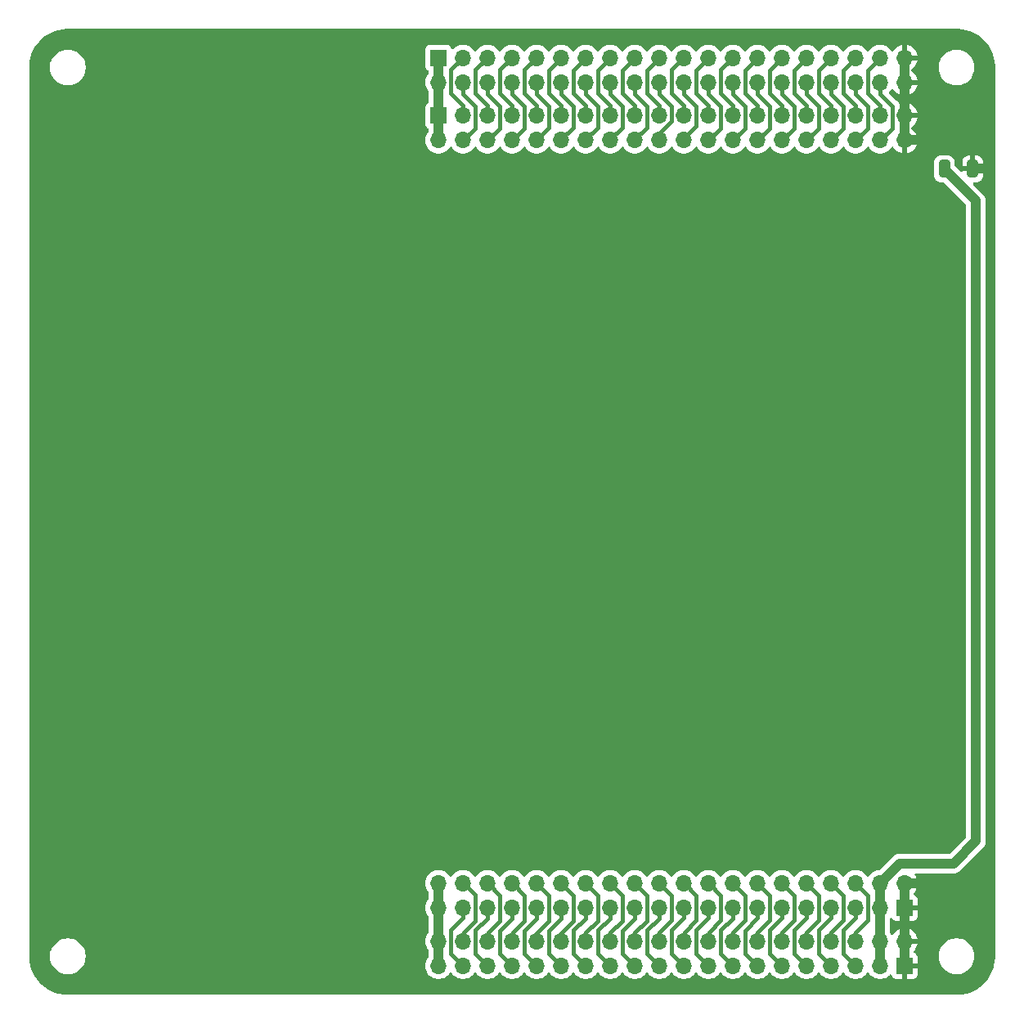
<source format=gbr>
%TF.GenerationSoftware,KiCad,Pcbnew,8.0.5-8.0.5-0~ubuntu22.04.1*%
%TF.CreationDate,2024-10-04T08:55:23+02:00*%
%TF.ProjectId,emptyBoard,656d7074-7942-46f6-9172-642e6b696361,rev?*%
%TF.SameCoordinates,Original*%
%TF.FileFunction,Copper,L1,Top*%
%TF.FilePolarity,Positive*%
%FSLAX46Y46*%
G04 Gerber Fmt 4.6, Leading zero omitted, Abs format (unit mm)*
G04 Created by KiCad (PCBNEW 8.0.5-8.0.5-0~ubuntu22.04.1) date 2024-10-04 08:55:23*
%MOMM*%
%LPD*%
G01*
G04 APERTURE LIST*
G04 Aperture macros list*
%AMRoundRect*
0 Rectangle with rounded corners*
0 $1 Rounding radius*
0 $2 $3 $4 $5 $6 $7 $8 $9 X,Y pos of 4 corners*
0 Add a 4 corners polygon primitive as box body*
4,1,4,$2,$3,$4,$5,$6,$7,$8,$9,$2,$3,0*
0 Add four circle primitives for the rounded corners*
1,1,$1+$1,$2,$3*
1,1,$1+$1,$4,$5*
1,1,$1+$1,$6,$7*
1,1,$1+$1,$8,$9*
0 Add four rect primitives between the rounded corners*
20,1,$1+$1,$2,$3,$4,$5,0*
20,1,$1+$1,$4,$5,$6,$7,0*
20,1,$1+$1,$6,$7,$8,$9,0*
20,1,$1+$1,$8,$9,$2,$3,0*%
G04 Aperture macros list end*
%TA.AperFunction,ComponentPad*%
%ADD10R,1.700000X1.700000*%
%TD*%
%TA.AperFunction,ComponentPad*%
%ADD11O,1.700000X1.700000*%
%TD*%
%TA.AperFunction,SMDPad,CuDef*%
%ADD12RoundRect,0.250000X-0.325000X-0.650000X0.325000X-0.650000X0.325000X0.650000X-0.325000X0.650000X0*%
%TD*%
%TA.AperFunction,Conductor*%
%ADD13C,0.400000*%
%TD*%
%TA.AperFunction,Conductor*%
%ADD14C,1.000000*%
%TD*%
G04 APERTURE END LIST*
D10*
%TO.P,J1,1,Pin_1*%
%TO.N,+5V*%
X92367000Y-53000000D03*
D11*
%TO.P,J1,2,Pin_2*%
X92367000Y-55540000D03*
%TO.P,J1,3,Pin_3*%
%TO.N,/PHI1_e*%
X94907000Y-53000000D03*
%TO.P,J1,4,Pin_4*%
%TO.N,/PHI2_e*%
X94907000Y-55540000D03*
%TO.P,J1,5,Pin_5*%
%TO.N,/~{IORD}*%
X97447000Y-53000000D03*
%TO.P,J1,6,Pin_6*%
%TO.N,/R{slash}~{W}_e*%
X97447000Y-55540000D03*
%TO.P,J1,7,Pin_7*%
%TO.N,/~{MRD}*%
X99987000Y-53000000D03*
%TO.P,J1,8,Pin_8*%
%TO.N,/~{MWR}*%
X99987000Y-55540000D03*
%TO.P,J1,9,Pin_9*%
%TO.N,/~{IOWR}*%
X102527000Y-53000000D03*
%TO.P,J1,10,Pin_10*%
%TO.N,/Bus/DB0*%
X102527000Y-55540000D03*
%TO.P,J1,11,Pin_11*%
%TO.N,/Bus/DB1*%
X105067000Y-53000000D03*
%TO.P,J1,12,Pin_12*%
%TO.N,/Bus/DB2*%
X105067000Y-55540000D03*
%TO.P,J1,13,Pin_13*%
%TO.N,/Bus/DB3*%
X107607000Y-53000000D03*
%TO.P,J1,14,Pin_14*%
%TO.N,/Bus/DB4*%
X107607000Y-55540000D03*
%TO.P,J1,15,Pin_15*%
%TO.N,/Bus/DB5*%
X110147000Y-53000000D03*
%TO.P,J1,16,Pin_16*%
%TO.N,/Bus/DB6*%
X110147000Y-55540000D03*
%TO.P,J1,17,Pin_17*%
%TO.N,/Bus/DB7*%
X112687000Y-53000000D03*
%TO.P,J1,18,Pin_18*%
%TO.N,/~{RST}*%
X112687000Y-55540000D03*
%TO.P,J1,19,Pin_19*%
%TO.N,/A0*%
X115227000Y-53000000D03*
%TO.P,J1,20,Pin_20*%
%TO.N,/A1*%
X115227000Y-55540000D03*
%TO.P,J1,21,Pin_21*%
%TO.N,/A2*%
X117767000Y-53000000D03*
%TO.P,J1,22,Pin_22*%
%TO.N,/A3*%
X117767000Y-55540000D03*
%TO.P,J1,23,Pin_23*%
%TO.N,/A4*%
X120307000Y-53000000D03*
%TO.P,J1,24,Pin_24*%
%TO.N,/A5*%
X120307000Y-55540000D03*
%TO.P,J1,25,Pin_25*%
%TO.N,/A6*%
X122847000Y-53000000D03*
%TO.P,J1,26,Pin_26*%
%TO.N,/A7*%
X122847000Y-55540000D03*
%TO.P,J1,27,Pin_27*%
%TO.N,/A8*%
X125387000Y-53000000D03*
%TO.P,J1,28,Pin_28*%
%TO.N,/A9*%
X125387000Y-55540000D03*
%TO.P,J1,29,Pin_29*%
%TO.N,/A10*%
X127927000Y-53000000D03*
%TO.P,J1,30,Pin_30*%
%TO.N,/A11*%
X127927000Y-55540000D03*
%TO.P,J1,31,Pin_31*%
%TO.N,/A12*%
X130467000Y-53000000D03*
%TO.P,J1,32,Pin_32*%
%TO.N,/A13*%
X130467000Y-55540000D03*
%TO.P,J1,33,Pin_33*%
%TO.N,/A14*%
X133007000Y-53000000D03*
%TO.P,J1,34,Pin_34*%
%TO.N,/A15*%
X133007000Y-55540000D03*
%TO.P,J1,35,Pin_35*%
%TO.N,/A16*%
X135547000Y-53000000D03*
%TO.P,J1,36,Pin_36*%
%TO.N,/A17*%
X135547000Y-55540000D03*
%TO.P,J1,37,Pin_37*%
%TO.N,/A18*%
X138087000Y-53000000D03*
%TO.P,J1,38,Pin_38*%
%TO.N,/A19*%
X138087000Y-55540000D03*
%TO.P,J1,39,Pin_39*%
%TO.N,GND*%
X140627000Y-53000000D03*
%TO.P,J1,40,Pin_40*%
X140627000Y-55540000D03*
%TD*%
D12*
%TO.P,C3,1*%
%TO.N,+3V3*%
X144725000Y-64500000D03*
%TO.P,C3,2*%
%TO.N,GND*%
X147675000Y-64500000D03*
%TD*%
D10*
%TO.P,J4,1,Pin_1*%
%TO.N,GND*%
X140627000Y-141000000D03*
D11*
%TO.P,J4,2,Pin_2*%
X140627000Y-138460000D03*
%TO.P,J4,3,Pin_3*%
%TO.N,+3V3*%
X138087000Y-141000000D03*
%TO.P,J4,4,Pin_4*%
X138087000Y-138460000D03*
%TO.P,J4,5,Pin_5*%
%TO.N,/Bus/~{CE_EXT1}*%
X135547000Y-141000000D03*
%TO.P,J4,6,Pin_6*%
%TO.N,/Bus/~{CE_EXT0}*%
X135547000Y-138460000D03*
%TO.P,J4,7,Pin_7*%
%TO.N,/Bus/~{CE_EXT3}*%
X133007000Y-141000000D03*
%TO.P,J4,8,Pin_8*%
%TO.N,/Bus/~{CE_EXT2}*%
X133007000Y-138460000D03*
%TO.P,J4,9,Pin_9*%
%TO.N,/Bus/~{CE_EXT5}*%
X130467000Y-141000000D03*
%TO.P,J4,10,Pin_10*%
%TO.N,/Bus/~{CE_EXT4}*%
X130467000Y-138460000D03*
%TO.P,J4,11,Pin_11*%
%TO.N,/Bus/~{CE_EXT7}*%
X127927000Y-141000000D03*
%TO.P,J4,12,Pin_12*%
%TO.N,/Bus/~{CE_EXT6}*%
X127927000Y-138460000D03*
%TO.P,J4,13,Pin_13*%
%TO.N,/Bus/~{CE_EXT9}*%
X125387000Y-141000000D03*
%TO.P,J4,14,Pin_14*%
%TO.N,/Bus/~{CE_EXT8}*%
X125387000Y-138460000D03*
%TO.P,J4,15,Pin_15*%
%TO.N,/Bus/~{CE_EXT11}*%
X122847000Y-141000000D03*
%TO.P,J4,16,Pin_16*%
%TO.N,/Bus/~{CE_EXT10}*%
X122847000Y-138460000D03*
%TO.P,J4,17,Pin_17*%
%TO.N,/Bus/~{CE_EXT13}*%
X120307000Y-141000000D03*
%TO.P,J4,18,Pin_18*%
%TO.N,/Bus/~{CE_EXT12}*%
X120307000Y-138460000D03*
%TO.P,J4,19,Pin_19*%
%TO.N,/RES4*%
X117767000Y-141000000D03*
%TO.P,J4,20,Pin_20*%
%TO.N,/RES5*%
X117767000Y-138460000D03*
%TO.P,J4,21,Pin_21*%
%TO.N,/RES2*%
X115227000Y-141000000D03*
%TO.P,J4,22,Pin_22*%
%TO.N,/RES3*%
X115227000Y-138460000D03*
%TO.P,J4,23,Pin_23*%
%TO.N,/RES0*%
X112687000Y-141000000D03*
%TO.P,J4,24,Pin_24*%
%TO.N,/RES1*%
X112687000Y-138460000D03*
%TO.P,J4,25,Pin_25*%
%TO.N,/CLK1*%
X110147000Y-141000000D03*
%TO.P,J4,26,Pin_26*%
%TO.N,/~{BUSFREE}*%
X110147000Y-138460000D03*
%TO.P,J4,27,Pin_27*%
%TO.N,/CLKF*%
X107607000Y-141000000D03*
%TO.P,J4,28,Pin_28*%
%TO.N,/CLKS*%
X107607000Y-138460000D03*
%TO.P,J4,29,Pin_29*%
%TO.N,/~{PH0}*%
X105067000Y-141000000D03*
%TO.P,J4,30,Pin_30*%
%TO.N,/PH0*%
X105067000Y-138460000D03*
%TO.P,J4,31,Pin_31*%
%TO.N,/SDA*%
X102527000Y-141000000D03*
%TO.P,J4,32,Pin_32*%
%TO.N,/SCL*%
X102527000Y-138460000D03*
%TO.P,J4,33,Pin_33*%
%TO.N,/TX1*%
X99987000Y-141000000D03*
%TO.P,J4,34,Pin_34*%
%TO.N,/RX1*%
X99987000Y-138460000D03*
%TO.P,J4,35,Pin_35*%
%TO.N,/TX0*%
X97447000Y-141000000D03*
%TO.P,J4,36,Pin_36*%
%TO.N,/RX0*%
X97447000Y-138460000D03*
%TO.P,J4,37,Pin_37*%
%TO.N,/TXSTM*%
X94907000Y-141000000D03*
%TO.P,J4,38,Pin_38*%
%TO.N,/RXSTM*%
X94907000Y-138460000D03*
%TO.P,J4,39,Pin_39*%
%TO.N,+5VA*%
X92367000Y-141000000D03*
%TO.P,J4,40,Pin_40*%
X92367000Y-138460000D03*
%TD*%
D10*
%TO.P,J2,1,Pin_1*%
%TO.N,GND*%
X140627000Y-147000000D03*
D11*
%TO.P,J2,2,Pin_2*%
X140627000Y-144460000D03*
%TO.P,J2,3,Pin_3*%
%TO.N,+3V3*%
X138087000Y-147000000D03*
%TO.P,J2,4,Pin_4*%
X138087000Y-144460000D03*
%TO.P,J2,5,Pin_5*%
%TO.N,/Bus/~{CE_EXT1}*%
X135547000Y-147000000D03*
%TO.P,J2,6,Pin_6*%
%TO.N,/Bus/~{CE_EXT0}*%
X135547000Y-144460000D03*
%TO.P,J2,7,Pin_7*%
%TO.N,/Bus/~{CE_EXT3}*%
X133007000Y-147000000D03*
%TO.P,J2,8,Pin_8*%
%TO.N,/Bus/~{CE_EXT2}*%
X133007000Y-144460000D03*
%TO.P,J2,9,Pin_9*%
%TO.N,/Bus/~{CE_EXT5}*%
X130467000Y-147000000D03*
%TO.P,J2,10,Pin_10*%
%TO.N,/Bus/~{CE_EXT4}*%
X130467000Y-144460000D03*
%TO.P,J2,11,Pin_11*%
%TO.N,/Bus/~{CE_EXT7}*%
X127927000Y-147000000D03*
%TO.P,J2,12,Pin_12*%
%TO.N,/Bus/~{CE_EXT6}*%
X127927000Y-144460000D03*
%TO.P,J2,13,Pin_13*%
%TO.N,/Bus/~{CE_EXT9}*%
X125387000Y-147000000D03*
%TO.P,J2,14,Pin_14*%
%TO.N,/Bus/~{CE_EXT8}*%
X125387000Y-144460000D03*
%TO.P,J2,15,Pin_15*%
%TO.N,/Bus/~{CE_EXT11}*%
X122847000Y-147000000D03*
%TO.P,J2,16,Pin_16*%
%TO.N,/Bus/~{CE_EXT10}*%
X122847000Y-144460000D03*
%TO.P,J2,17,Pin_17*%
%TO.N,/Bus/~{CE_EXT13}*%
X120307000Y-147000000D03*
%TO.P,J2,18,Pin_18*%
%TO.N,/Bus/~{CE_EXT12}*%
X120307000Y-144460000D03*
%TO.P,J2,19,Pin_19*%
%TO.N,/RES4*%
X117767000Y-147000000D03*
%TO.P,J2,20,Pin_20*%
%TO.N,/RES5*%
X117767000Y-144460000D03*
%TO.P,J2,21,Pin_21*%
%TO.N,/RES2*%
X115227000Y-147000000D03*
%TO.P,J2,22,Pin_22*%
%TO.N,/RES3*%
X115227000Y-144460000D03*
%TO.P,J2,23,Pin_23*%
%TO.N,/RES0*%
X112687000Y-147000000D03*
%TO.P,J2,24,Pin_24*%
%TO.N,/RES1*%
X112687000Y-144460000D03*
%TO.P,J2,25,Pin_25*%
%TO.N,/CLK1*%
X110147000Y-147000000D03*
%TO.P,J2,26,Pin_26*%
%TO.N,/~{BUSFREE}*%
X110147000Y-144460000D03*
%TO.P,J2,27,Pin_27*%
%TO.N,/CLKF*%
X107607000Y-147000000D03*
%TO.P,J2,28,Pin_28*%
%TO.N,/CLKS*%
X107607000Y-144460000D03*
%TO.P,J2,29,Pin_29*%
%TO.N,/~{PH0}*%
X105067000Y-147000000D03*
%TO.P,J2,30,Pin_30*%
%TO.N,/PH0*%
X105067000Y-144460000D03*
%TO.P,J2,31,Pin_31*%
%TO.N,/SDA*%
X102527000Y-147000000D03*
%TO.P,J2,32,Pin_32*%
%TO.N,/SCL*%
X102527000Y-144460000D03*
%TO.P,J2,33,Pin_33*%
%TO.N,/TX1*%
X99987000Y-147000000D03*
%TO.P,J2,34,Pin_34*%
%TO.N,/RX1*%
X99987000Y-144460000D03*
%TO.P,J2,35,Pin_35*%
%TO.N,/TX0*%
X97447000Y-147000000D03*
%TO.P,J2,36,Pin_36*%
%TO.N,/RX0*%
X97447000Y-144460000D03*
%TO.P,J2,37,Pin_37*%
%TO.N,/TXSTM*%
X94907000Y-147000000D03*
%TO.P,J2,38,Pin_38*%
%TO.N,/RXSTM*%
X94907000Y-144460000D03*
%TO.P,J2,39,Pin_39*%
%TO.N,+5VA*%
X92367000Y-147000000D03*
%TO.P,J2,40,Pin_40*%
X92367000Y-144460000D03*
%TD*%
D10*
%TO.P,J3,1,Pin_1*%
%TO.N,+5V*%
X92367000Y-59000000D03*
D11*
%TO.P,J3,2,Pin_2*%
X92367000Y-61540000D03*
%TO.P,J3,3,Pin_3*%
%TO.N,/PHI1_e*%
X94907000Y-59000000D03*
%TO.P,J3,4,Pin_4*%
%TO.N,/PHI2_e*%
X94907000Y-61540000D03*
%TO.P,J3,5,Pin_5*%
%TO.N,/~{IORD}*%
X97447000Y-59000000D03*
%TO.P,J3,6,Pin_6*%
%TO.N,/R{slash}~{W}_e*%
X97447000Y-61540000D03*
%TO.P,J3,7,Pin_7*%
%TO.N,/~{MRD}*%
X99987000Y-59000000D03*
%TO.P,J3,8,Pin_8*%
%TO.N,/~{MWR}*%
X99987000Y-61540000D03*
%TO.P,J3,9,Pin_9*%
%TO.N,/~{IOWR}*%
X102527000Y-59000000D03*
%TO.P,J3,10,Pin_10*%
%TO.N,/Bus/DB0*%
X102527000Y-61540000D03*
%TO.P,J3,11,Pin_11*%
%TO.N,/Bus/DB1*%
X105067000Y-59000000D03*
%TO.P,J3,12,Pin_12*%
%TO.N,/Bus/DB2*%
X105067000Y-61540000D03*
%TO.P,J3,13,Pin_13*%
%TO.N,/Bus/DB3*%
X107607000Y-59000000D03*
%TO.P,J3,14,Pin_14*%
%TO.N,/Bus/DB4*%
X107607000Y-61540000D03*
%TO.P,J3,15,Pin_15*%
%TO.N,/Bus/DB5*%
X110147000Y-59000000D03*
%TO.P,J3,16,Pin_16*%
%TO.N,/Bus/DB6*%
X110147000Y-61540000D03*
%TO.P,J3,17,Pin_17*%
%TO.N,/Bus/DB7*%
X112687000Y-59000000D03*
%TO.P,J3,18,Pin_18*%
%TO.N,/~{RST}*%
X112687000Y-61540000D03*
%TO.P,J3,19,Pin_19*%
%TO.N,/A0*%
X115227000Y-59000000D03*
%TO.P,J3,20,Pin_20*%
%TO.N,/A1*%
X115227000Y-61540000D03*
%TO.P,J3,21,Pin_21*%
%TO.N,/A2*%
X117767000Y-59000000D03*
%TO.P,J3,22,Pin_22*%
%TO.N,/A3*%
X117767000Y-61540000D03*
%TO.P,J3,23,Pin_23*%
%TO.N,/A4*%
X120307000Y-59000000D03*
%TO.P,J3,24,Pin_24*%
%TO.N,/A5*%
X120307000Y-61540000D03*
%TO.P,J3,25,Pin_25*%
%TO.N,/A6*%
X122847000Y-59000000D03*
%TO.P,J3,26,Pin_26*%
%TO.N,/A7*%
X122847000Y-61540000D03*
%TO.P,J3,27,Pin_27*%
%TO.N,/A8*%
X125387000Y-59000000D03*
%TO.P,J3,28,Pin_28*%
%TO.N,/A9*%
X125387000Y-61540000D03*
%TO.P,J3,29,Pin_29*%
%TO.N,/A10*%
X127927000Y-59000000D03*
%TO.P,J3,30,Pin_30*%
%TO.N,/A11*%
X127927000Y-61540000D03*
%TO.P,J3,31,Pin_31*%
%TO.N,/A12*%
X130467000Y-59000000D03*
%TO.P,J3,32,Pin_32*%
%TO.N,/A13*%
X130467000Y-61540000D03*
%TO.P,J3,33,Pin_33*%
%TO.N,/A14*%
X133007000Y-59000000D03*
%TO.P,J3,34,Pin_34*%
%TO.N,/A15*%
X133007000Y-61540000D03*
%TO.P,J3,35,Pin_35*%
%TO.N,/A16*%
X135547000Y-59000000D03*
%TO.P,J3,36,Pin_36*%
%TO.N,/A17*%
X135547000Y-61540000D03*
%TO.P,J3,37,Pin_37*%
%TO.N,/A18*%
X138087000Y-59000000D03*
%TO.P,J3,38,Pin_38*%
%TO.N,/A19*%
X138087000Y-61540000D03*
%TO.P,J3,39,Pin_39*%
%TO.N,GND*%
X140627000Y-59000000D03*
%TO.P,J3,40,Pin_40*%
X140627000Y-61540000D03*
%TD*%
D13*
%TO.N,/~{RST}*%
X113950000Y-60200705D02*
X112700000Y-61450705D01*
X113950000Y-58007000D02*
X113950000Y-60200705D01*
X112700000Y-56757000D02*
X113950000Y-58007000D01*
X112700000Y-55540000D02*
X112700000Y-56757000D01*
D14*
%TO.N,GND*%
X140627000Y-53000000D02*
X140627000Y-61540000D01*
X140627000Y-138460000D02*
X140627000Y-147000000D01*
%TO.N,+5V*%
X92367000Y-53000000D02*
X92367000Y-61540000D01*
D13*
%TO.N,/A15*%
X134275000Y-60285000D02*
X133025000Y-61535000D01*
X133025000Y-56752000D02*
X134275000Y-58002000D01*
X134275000Y-58002000D02*
X134275000Y-60285000D01*
X133025000Y-55535000D02*
X133025000Y-56752000D01*
%TO.N,/A14*%
X131755000Y-56657000D02*
X133025000Y-57927000D01*
X133025000Y-57927000D02*
X133025000Y-58995000D01*
X131755000Y-54265000D02*
X131755000Y-56657000D01*
X133025000Y-52995000D02*
X131755000Y-54265000D01*
%TO.N,/A13*%
X131732000Y-60292000D02*
X130482000Y-61542000D01*
X130482000Y-55542000D02*
X130482000Y-56759000D01*
X131732000Y-58009000D02*
X131732000Y-60292000D01*
X130482000Y-56759000D02*
X131732000Y-58009000D01*
%TO.N,/A12*%
X130482000Y-53002000D02*
X129215000Y-54269000D01*
X129215000Y-54269000D02*
X129215000Y-56667000D01*
X129215000Y-56667000D02*
X130482000Y-57934000D01*
X130482000Y-57934000D02*
X130482000Y-59002000D01*
%TO.N,/A11*%
X127945000Y-56745000D02*
X129195000Y-57995000D01*
X127945000Y-55528000D02*
X127945000Y-56745000D01*
X129195000Y-57995000D02*
X129195000Y-60278000D01*
X129195000Y-60278000D02*
X127945000Y-61528000D01*
%TO.N,/A10*%
X127945000Y-57920000D02*
X127945000Y-58988000D01*
X127945000Y-52988000D02*
X126665000Y-54268000D01*
X126665000Y-56640000D02*
X127945000Y-57920000D01*
X126665000Y-54268000D02*
X126665000Y-56640000D01*
%TO.N,/A9*%
X126652000Y-60285000D02*
X125402000Y-61535000D01*
X126652000Y-58002000D02*
X126652000Y-60285000D01*
X125402000Y-55535000D02*
X125402000Y-56752000D01*
X125402000Y-56752000D02*
X126652000Y-58002000D01*
%TO.N,/A8*%
X124125000Y-56650000D02*
X125402000Y-57927000D01*
X125402000Y-52995000D02*
X124125000Y-54272000D01*
X125402000Y-57927000D02*
X125402000Y-58995000D01*
X124125000Y-54272000D02*
X124125000Y-56650000D01*
%TO.N,/A7*%
X124105000Y-58002000D02*
X124105000Y-60285000D01*
X122855000Y-56752000D02*
X124105000Y-58002000D01*
X124105000Y-60285000D02*
X122855000Y-61535000D01*
X122855000Y-55535000D02*
X122855000Y-56752000D01*
%TO.N,/A6*%
X122855000Y-57927000D02*
X122855000Y-58995000D01*
X121595000Y-56667000D02*
X122855000Y-57927000D01*
X122855000Y-52995000D02*
X121595000Y-54255000D01*
X121595000Y-54255000D02*
X121595000Y-56667000D01*
%TO.N,/A5*%
X121562000Y-60292000D02*
X120312000Y-61542000D01*
X121562000Y-58009000D02*
X121562000Y-60292000D01*
X120312000Y-55542000D02*
X120312000Y-56759000D01*
X120312000Y-56759000D02*
X121562000Y-58009000D01*
%TO.N,/A4*%
X119050000Y-56672000D02*
X120312000Y-57934000D01*
X120312000Y-53002000D02*
X119050000Y-54264000D01*
X120312000Y-57934000D02*
X120312000Y-59002000D01*
X119050000Y-54264000D02*
X119050000Y-56672000D01*
%TO.N,/A3*%
X117775000Y-56745000D02*
X119025000Y-57995000D01*
X117775000Y-55528000D02*
X117775000Y-56745000D01*
X119025000Y-60064538D02*
X117775000Y-61314538D01*
X119025000Y-57995000D02*
X119025000Y-60064538D01*
%TO.N,/A2*%
X116515000Y-54248000D02*
X116515000Y-56660000D01*
X116515000Y-56660000D02*
X117775000Y-57920000D01*
X117775000Y-52988000D02*
X116515000Y-54248000D01*
X117775000Y-57920000D02*
X117775000Y-58988000D01*
%TO.N,/A1*%
X115232000Y-56752000D02*
X116482000Y-58002000D01*
X116482000Y-58002000D02*
X116482000Y-59542538D01*
X115232000Y-60792538D02*
X115232000Y-61535000D01*
X115232000Y-55535000D02*
X115232000Y-56752000D01*
X116482000Y-59542538D02*
X115232000Y-60792538D01*
%TO.N,/A0*%
X113960000Y-56655000D02*
X115232000Y-57927000D01*
X113960000Y-54267000D02*
X113960000Y-56655000D01*
X115232000Y-52995000D02*
X113960000Y-54267000D01*
X115232000Y-57927000D02*
X115232000Y-58995000D01*
D14*
%TO.N,+3V3*%
X138087000Y-138460000D02*
X138087000Y-147000000D01*
X145700000Y-136400000D02*
X148000000Y-134100000D01*
X138087000Y-138460000D02*
X140147000Y-136400000D01*
X148000000Y-134100000D02*
X148000000Y-67800000D01*
X148000000Y-67800000D02*
X144700000Y-64500000D01*
X140147000Y-136400000D02*
X145700000Y-136400000D01*
D13*
%TO.N,/CLKF*%
X106342400Y-145762800D02*
X107592400Y-147012800D01*
X106342400Y-143315800D02*
X106342400Y-145762800D01*
X107592400Y-141012800D02*
X107592400Y-142065800D01*
X107592400Y-142065800D02*
X106342400Y-143315800D01*
%TO.N,/CLKS*%
X107633200Y-138472800D02*
X108883200Y-139722800D01*
X107633200Y-143565800D02*
X107633200Y-144472800D01*
X108883200Y-142315800D02*
X107633200Y-143565800D01*
X108883200Y-139722800D02*
X108883200Y-142315800D01*
%TO.N,/~{IOWR}*%
X102530000Y-57932000D02*
X102530000Y-59000000D01*
X102530000Y-53000000D02*
X101270000Y-54260000D01*
X101270000Y-56672000D02*
X102530000Y-57932000D01*
X101270000Y-54260000D02*
X101270000Y-56672000D01*
%TO.N,/~{MWR}*%
X99987000Y-55547000D02*
X99987000Y-56764000D01*
X101237000Y-58014000D02*
X101237000Y-60297000D01*
X101237000Y-60297000D02*
X99987000Y-61547000D01*
X99987000Y-56764000D02*
X101237000Y-58014000D01*
%TO.N,/~{MRD}*%
X99987000Y-57939000D02*
X99987000Y-59007000D01*
X99987000Y-53007000D02*
X98737000Y-54257000D01*
X98737000Y-54257000D02*
X98737000Y-56689000D01*
X98737000Y-56689000D02*
X99987000Y-57939000D01*
%TO.N,/R{slash}~{W}_e*%
X97450000Y-55533000D02*
X97450000Y-56750000D01*
X98700000Y-60283000D02*
X97450000Y-61533000D01*
X97450000Y-56750000D02*
X98700000Y-58000000D01*
X98700000Y-58000000D02*
X98700000Y-60283000D01*
%TO.N,/~{IORD}*%
X96190000Y-56665000D02*
X97450000Y-57925000D01*
X96190000Y-54253000D02*
X96190000Y-56665000D01*
X97450000Y-57925000D02*
X97450000Y-58993000D01*
X97450000Y-52993000D02*
X96190000Y-54253000D01*
%TO.N,/PHI2_e*%
X96157000Y-58007000D02*
X96157000Y-60290000D01*
X96157000Y-60290000D02*
X94907000Y-61540000D01*
X94907000Y-56757000D02*
X96157000Y-58007000D01*
X94907000Y-55540000D02*
X94907000Y-56757000D01*
%TO.N,/PHI1_e*%
X94907000Y-57932000D02*
X94907000Y-59000000D01*
X94907000Y-53000000D02*
X93657000Y-54250000D01*
X93657000Y-56682000D02*
X94907000Y-57932000D01*
X93657000Y-54250000D02*
X93657000Y-56682000D01*
%TO.N,/~{PH0}*%
X103782400Y-143373400D02*
X103782400Y-145744400D01*
X103782400Y-145744400D02*
X105070400Y-147032400D01*
X105070400Y-141032400D02*
X105070400Y-142085400D01*
X105070400Y-142085400D02*
X103782400Y-143373400D01*
%TO.N,/PH0*%
X105070400Y-143585400D02*
X105070400Y-144492400D01*
X106320400Y-142335400D02*
X105070400Y-143585400D01*
X106320400Y-139742400D02*
X106320400Y-142335400D01*
X105070400Y-138492400D02*
X106320400Y-139742400D01*
%TO.N,/Bus/~{CE_EXT12}*%
X120340600Y-143558200D02*
X120340600Y-144465200D01*
X120340600Y-138465200D02*
X121590600Y-139715200D01*
X121590600Y-142308200D02*
X120340600Y-143558200D01*
X121590600Y-139715200D02*
X121590600Y-142308200D01*
%TO.N,/Bus/~{CE_EXT7}*%
X127914400Y-142040800D02*
X126664400Y-143290800D01*
X126664400Y-143290800D02*
X126664400Y-145737800D01*
X126664400Y-145737800D02*
X127914400Y-146987800D01*
X127914400Y-140987800D02*
X127914400Y-142040800D01*
%TO.N,/TX1*%
X99977800Y-141030200D02*
X99977800Y-142083200D01*
X98727800Y-143333200D02*
X98727800Y-145780200D01*
X99977800Y-142083200D02*
X98727800Y-143333200D01*
X98727800Y-145780200D02*
X99977800Y-147030200D01*
%TO.N,/RXSTM*%
X96175000Y-142321500D02*
X94950000Y-143546500D01*
X94950000Y-138453500D02*
X96175000Y-139678500D01*
X94950000Y-143546500D02*
X94950000Y-144453500D01*
X96175000Y-139678500D02*
X96175000Y-142321500D01*
%TO.N,/RES3*%
X116500000Y-139760000D02*
X116500000Y-142303000D01*
X115225000Y-138485000D02*
X116500000Y-139760000D01*
X115225000Y-143578000D02*
X115225000Y-144485000D01*
X116500000Y-142303000D02*
X115225000Y-143578000D01*
%TO.N,/Bus/~{CE_EXT11}*%
X121579800Y-143314200D02*
X121579800Y-145761200D01*
X122829800Y-142064200D02*
X121579800Y-143314200D01*
X121579800Y-145761200D02*
X122829800Y-147011200D01*
X122829800Y-141011200D02*
X122829800Y-142064200D01*
%TO.N,/A16*%
X134293000Y-56665000D02*
X135560000Y-57932000D01*
X135560000Y-53000000D02*
X134293000Y-54267000D01*
X134293000Y-54267000D02*
X134293000Y-56665000D01*
X135560000Y-57932000D02*
X135560000Y-59000000D01*
%TO.N,/A17*%
X136810000Y-60290000D02*
X135560000Y-61540000D01*
X136810000Y-58007000D02*
X136810000Y-60290000D01*
X135560000Y-55540000D02*
X135560000Y-56757000D01*
X135560000Y-56757000D02*
X136810000Y-58007000D01*
%TO.N,/A18*%
X136833000Y-54263000D02*
X136833000Y-56655000D01*
X136833000Y-56655000D02*
X138103000Y-57925000D01*
X138103000Y-52993000D02*
X136833000Y-54263000D01*
X138103000Y-57925000D02*
X138103000Y-58993000D01*
%TO.N,/A19*%
X138103000Y-56750000D02*
X139353000Y-58000000D01*
X139353000Y-60283000D02*
X138103000Y-61533000D01*
X138103000Y-55533000D02*
X138103000Y-56750000D01*
X139353000Y-58000000D02*
X139353000Y-60283000D01*
%TO.N,/Bus/~{CE_EXT9}*%
X124104400Y-145719400D02*
X125392400Y-147007400D01*
X125392400Y-141007400D02*
X125392400Y-142060400D01*
X124104400Y-143348400D02*
X124104400Y-145719400D01*
X125392400Y-142060400D02*
X124104400Y-143348400D01*
%TO.N,/RES5*%
X117800600Y-138455200D02*
X119050600Y-139705200D01*
X119050600Y-142298200D02*
X117800600Y-143548200D01*
X119050600Y-139705200D02*
X119050600Y-142298200D01*
X117800600Y-143548200D02*
X117800600Y-144455200D01*
%TO.N,/RX1*%
X101268600Y-142333200D02*
X100018600Y-143583200D01*
X101268600Y-139740200D02*
X101268600Y-142333200D01*
X100018600Y-138490200D02*
X101268600Y-139740200D01*
X100018600Y-143583200D02*
X100018600Y-144490200D01*
%TO.N,/RX0*%
X98728600Y-142323200D02*
X97478600Y-143573200D01*
X97478600Y-143573200D02*
X97478600Y-144480200D01*
X97478600Y-138480200D02*
X98728600Y-139730200D01*
X98728600Y-139730200D02*
X98728600Y-142323200D01*
%TO.N,/Bus/~{CE_EXT8}*%
X125392400Y-138467400D02*
X126642400Y-139717400D01*
X126642400Y-139717400D02*
X126642400Y-142310400D01*
X126642400Y-142310400D02*
X125392400Y-143560400D01*
X125392400Y-143560400D02*
X125392400Y-144467400D01*
%TO.N,/Bus/~{CE_EXT10}*%
X124120600Y-142314200D02*
X122870600Y-143564200D01*
X122870600Y-138471200D02*
X124120600Y-139721200D01*
X122870600Y-143564200D02*
X122870600Y-144471200D01*
X124120600Y-139721200D02*
X124120600Y-142314200D01*
%TO.N,/Bus/~{CE_EXT4}*%
X130495200Y-143550800D02*
X130495200Y-144457800D01*
X131745200Y-139707800D02*
X131745200Y-142300800D01*
X131745200Y-142300800D02*
X130495200Y-143550800D01*
X130495200Y-138457800D02*
X131745200Y-139707800D01*
%TO.N,/RES1*%
X113953200Y-142331800D02*
X112703200Y-143581800D01*
X112703200Y-143581800D02*
X112703200Y-144488800D01*
X112703200Y-138488800D02*
X113953200Y-139738800D01*
X113953200Y-139738800D02*
X113953200Y-142331800D01*
%TO.N,/RES0*%
X112662400Y-141028800D02*
X112662400Y-142081800D01*
X111412400Y-143331800D02*
X111412400Y-145778800D01*
X111412400Y-145778800D02*
X112662400Y-147028800D01*
X112662400Y-142081800D02*
X111412400Y-143331800D01*
%TO.N,/RES2*%
X113975000Y-143328000D02*
X113975000Y-145775000D01*
X113975000Y-145775000D02*
X115225000Y-147025000D01*
X115225000Y-142078000D02*
X113975000Y-143328000D01*
X115225000Y-141025000D02*
X115225000Y-142078000D01*
%TO.N,/Bus/~{CE_EXT5}*%
X129204400Y-145747800D02*
X130454400Y-146997800D01*
X129204400Y-143300800D02*
X129204400Y-145747800D01*
X130454400Y-140997800D02*
X130454400Y-142050800D01*
X130454400Y-142050800D02*
X129204400Y-143300800D01*
%TO.N,/Bus/~{CE_EXT13}*%
X120299800Y-141005200D02*
X120299800Y-142058200D01*
X119049800Y-145755200D02*
X120299800Y-147005200D01*
X119049800Y-143308200D02*
X119049800Y-145755200D01*
X120299800Y-142058200D02*
X119049800Y-143308200D01*
%TO.N,/Bus/~{CE_EXT2}*%
X134275200Y-139713800D02*
X134275200Y-142306800D01*
X133025200Y-143556800D02*
X133025200Y-144463800D01*
X134275200Y-142306800D02*
X133025200Y-143556800D01*
X133025200Y-138463800D02*
X134275200Y-139713800D01*
%TO.N,/TX0*%
X97437800Y-142073200D02*
X96187800Y-143323200D01*
X97437800Y-141020200D02*
X97437800Y-142073200D01*
X96187800Y-143323200D02*
X96187800Y-145770200D01*
X96187800Y-145770200D02*
X97437800Y-147020200D01*
%TO.N,/Bus/~{CE_EXT3}*%
X131734400Y-145753800D02*
X132984400Y-147003800D01*
X132984400Y-141003800D02*
X132984400Y-142056800D01*
X131734400Y-143306800D02*
X131734400Y-145753800D01*
X132984400Y-142056800D02*
X131734400Y-143306800D01*
%TO.N,/RES4*%
X116509800Y-143298200D02*
X116509800Y-145745200D01*
X116509800Y-145745200D02*
X117759800Y-146995200D01*
X117759800Y-142048200D02*
X116509800Y-143298200D01*
X117759800Y-140995200D02*
X117759800Y-142048200D01*
%TO.N,/Bus/~{CE_EXT0}*%
X135547000Y-143553000D02*
X135547000Y-144460000D01*
X136797000Y-139710000D02*
X136797000Y-142303000D01*
X135547000Y-138460000D02*
X136797000Y-139710000D01*
X136797000Y-142303000D02*
X135547000Y-143553000D01*
%TO.N,/CLK1*%
X110132400Y-142075800D02*
X108882400Y-143325800D01*
X108882400Y-145772800D02*
X110132400Y-147022800D01*
X108882400Y-143325800D02*
X108882400Y-145772800D01*
X110132400Y-141022800D02*
X110132400Y-142075800D01*
%TO.N,/SCL*%
X103798600Y-139746200D02*
X103798600Y-142339200D01*
X103798600Y-142339200D02*
X102548600Y-143589200D01*
X102548600Y-138496200D02*
X103798600Y-139746200D01*
X102548600Y-143589200D02*
X102548600Y-144496200D01*
%TO.N,/~{BUSFREE}*%
X111423200Y-139732800D02*
X111423200Y-142325800D01*
X110173200Y-143575800D02*
X110173200Y-144482800D01*
X110173200Y-138482800D02*
X111423200Y-139732800D01*
X111423200Y-142325800D02*
X110173200Y-143575800D01*
%TO.N,/Bus/~{CE_EXT1}*%
X134297000Y-143303000D02*
X134297000Y-145750000D01*
X134297000Y-145750000D02*
X135547000Y-147000000D01*
X135547000Y-141000000D02*
X135547000Y-142053000D01*
X135547000Y-142053000D02*
X134297000Y-143303000D01*
%TO.N,/Bus/~{CE_EXT6}*%
X127955200Y-143540800D02*
X127955200Y-144447800D01*
X129205200Y-142290800D02*
X127955200Y-143540800D01*
X129205200Y-139697800D02*
X129205200Y-142290800D01*
X127955200Y-138447800D02*
X129205200Y-139697800D01*
%TO.N,/SDA*%
X102507800Y-141036200D02*
X102507800Y-142089200D01*
X101257800Y-143339200D02*
X101257800Y-145786200D01*
X102507800Y-142089200D02*
X101257800Y-143339200D01*
X101257800Y-145786200D02*
X102507800Y-147036200D01*
D14*
%TO.N,+5VA*%
X92367000Y-138460000D02*
X92367000Y-147000000D01*
D13*
%TO.N,/TXSTM*%
X93625000Y-145709300D02*
X94909200Y-146993500D01*
X94909200Y-140993500D02*
X94909200Y-142046500D01*
X94909200Y-142046500D02*
X93625000Y-143330700D01*
X93625000Y-143330700D02*
X93625000Y-145709300D01*
%TO.N,/Bus/DB7*%
X112700000Y-57932000D02*
X112700000Y-59000000D01*
X112700000Y-53000000D02*
X111430000Y-54270000D01*
X111430000Y-56662000D02*
X112700000Y-57932000D01*
X111430000Y-54270000D02*
X111430000Y-56662000D01*
%TO.N,/Bus/DB0*%
X103780000Y-58007000D02*
X103780000Y-60210705D01*
X102530000Y-56757000D02*
X103780000Y-58007000D01*
X103780000Y-60210705D02*
X102530000Y-61460705D01*
X102530000Y-55540000D02*
X102530000Y-56757000D01*
%TO.N,/Bus/DB2*%
X105077000Y-56757000D02*
X106327000Y-58007000D01*
X106327000Y-58007000D02*
X106327000Y-60203705D01*
X106327000Y-60203705D02*
X105077000Y-61453705D01*
X105077000Y-55540000D02*
X105077000Y-56757000D01*
%TO.N,/Bus/DB6*%
X111407000Y-60203705D02*
X110157000Y-61453705D01*
X110157000Y-56764000D02*
X111407000Y-58014000D01*
X111407000Y-58014000D02*
X111407000Y-60203705D01*
X110157000Y-55547000D02*
X110157000Y-56764000D01*
%TO.N,/Bus/DB3*%
X107620000Y-57925000D02*
X107620000Y-58993000D01*
X106340000Y-56645000D02*
X107620000Y-57925000D01*
X106340000Y-54273000D02*
X106340000Y-56645000D01*
X107620000Y-52993000D02*
X106340000Y-54273000D01*
%TO.N,/Bus/DB1*%
X105077000Y-57932000D02*
X105077000Y-59000000D01*
X105077000Y-53000000D02*
X103800000Y-54277000D01*
X103800000Y-56655000D02*
X105077000Y-57932000D01*
X103800000Y-54277000D02*
X103800000Y-56655000D01*
%TO.N,/Bus/DB5*%
X110157000Y-57939000D02*
X110157000Y-59007000D01*
X108890000Y-54274000D02*
X108890000Y-56672000D01*
X110157000Y-53007000D02*
X108890000Y-54274000D01*
X108890000Y-56672000D02*
X110157000Y-57939000D01*
%TO.N,/Bus/DB4*%
X107620000Y-55533000D02*
X107620000Y-56750000D01*
X108870000Y-60200705D02*
X107620000Y-61450705D01*
X107620000Y-56750000D02*
X108870000Y-58000000D01*
X108870000Y-58000000D02*
X108870000Y-60200705D01*
D14*
%TO.N,GND*%
X149500000Y-64500000D02*
X149500000Y-77350000D01*
X147940000Y-61540000D02*
X149500000Y-63100000D01*
X149500000Y-77350000D02*
X149500000Y-121666000D01*
X147140000Y-138460000D02*
X140627000Y-138460000D01*
X149500000Y-136100000D02*
X147140000Y-138460000D01*
X149500000Y-121666000D02*
X149500000Y-136100000D01*
X140627000Y-61540000D02*
X147940000Y-61540000D01*
X147650000Y-64500000D02*
X149500000Y-64500000D01*
X149500000Y-63100000D02*
X149500000Y-64500000D01*
%TD*%
%TA.AperFunction,Conductor*%
%TO.N,GND*%
G36*
X140881000Y-146569297D02*
G01*
X140819993Y-146534075D01*
X140692826Y-146500000D01*
X140561174Y-146500000D01*
X140434007Y-146534075D01*
X140373000Y-146569297D01*
X140373000Y-144890702D01*
X140434007Y-144925925D01*
X140561174Y-144960000D01*
X140692826Y-144960000D01*
X140819993Y-144925925D01*
X140881000Y-144890702D01*
X140881000Y-146569297D01*
G37*
%TD.AperFunction*%
%TA.AperFunction,Conductor*%
G36*
X140881000Y-140569297D02*
G01*
X140819993Y-140534075D01*
X140692826Y-140500000D01*
X140561174Y-140500000D01*
X140434007Y-140534075D01*
X140373000Y-140569297D01*
X140373000Y-138890702D01*
X140434007Y-138925925D01*
X140561174Y-138960000D01*
X140692826Y-138960000D01*
X140819993Y-138925925D01*
X140881000Y-138890702D01*
X140881000Y-140569297D01*
G37*
%TD.AperFunction*%
%TA.AperFunction,Conductor*%
G36*
X140881000Y-61109297D02*
G01*
X140819993Y-61074075D01*
X140692826Y-61040000D01*
X140561174Y-61040000D01*
X140434007Y-61074075D01*
X140373000Y-61109297D01*
X140373000Y-59430702D01*
X140434007Y-59465925D01*
X140561174Y-59500000D01*
X140692826Y-59500000D01*
X140819993Y-59465925D01*
X140881000Y-59430702D01*
X140881000Y-61109297D01*
G37*
%TD.AperFunction*%
%TA.AperFunction,Conductor*%
G36*
X140881000Y-55109297D02*
G01*
X140819993Y-55074075D01*
X140692826Y-55040000D01*
X140561174Y-55040000D01*
X140434007Y-55074075D01*
X140373000Y-55109297D01*
X140373000Y-53430702D01*
X140434007Y-53465925D01*
X140561174Y-53500000D01*
X140692826Y-53500000D01*
X140819993Y-53465925D01*
X140881000Y-53430702D01*
X140881000Y-55109297D01*
G37*
%TD.AperFunction*%
%TA.AperFunction,Conductor*%
G36*
X146000733Y-50000008D02*
G01*
X146190997Y-50002342D01*
X146201771Y-50002939D01*
X146581133Y-50040302D01*
X146593321Y-50042110D01*
X146966443Y-50116328D01*
X146978435Y-50119333D01*
X147342451Y-50229756D01*
X147354078Y-50233916D01*
X147705543Y-50379497D01*
X147716704Y-50384776D01*
X148052199Y-50564103D01*
X148062790Y-50570451D01*
X148379092Y-50781797D01*
X148389023Y-50789163D01*
X148683071Y-51030481D01*
X148692233Y-51038785D01*
X148961214Y-51307766D01*
X148969518Y-51316928D01*
X149210836Y-51610976D01*
X149218202Y-51620907D01*
X149429544Y-51937202D01*
X149435900Y-51947806D01*
X149497667Y-52063363D01*
X149615219Y-52283287D01*
X149620506Y-52294465D01*
X149766080Y-52645914D01*
X149770245Y-52657556D01*
X149880666Y-53021565D01*
X149883671Y-53033559D01*
X149957885Y-53406654D01*
X149959699Y-53418886D01*
X149997059Y-53798212D01*
X149997657Y-53809016D01*
X149999991Y-53999265D01*
X150000000Y-54000811D01*
X150000000Y-145999264D01*
X149999990Y-146000813D01*
X149997652Y-146190973D01*
X149997055Y-146201774D01*
X149959694Y-146581111D01*
X149957880Y-146593343D01*
X149883666Y-146966439D01*
X149880662Y-146978433D01*
X149806057Y-147224375D01*
X149770242Y-147342441D01*
X149766076Y-147354083D01*
X149620501Y-147705531D01*
X149615214Y-147716709D01*
X149435896Y-148052188D01*
X149429539Y-148062794D01*
X149218198Y-148379088D01*
X149210832Y-148389019D01*
X148969514Y-148683067D01*
X148961210Y-148692229D01*
X148692229Y-148961210D01*
X148683067Y-148969514D01*
X148389019Y-149210832D01*
X148379088Y-149218198D01*
X148062794Y-149429539D01*
X148052188Y-149435896D01*
X147716709Y-149615214D01*
X147705531Y-149620501D01*
X147354083Y-149766076D01*
X147342449Y-149770238D01*
X147024037Y-149866828D01*
X146978433Y-149880662D01*
X146966439Y-149883666D01*
X146593343Y-149957880D01*
X146581111Y-149959694D01*
X146201787Y-149997054D01*
X146190983Y-149997652D01*
X146096462Y-149998811D01*
X146000302Y-149999991D01*
X145998806Y-150000000D01*
X54000811Y-150000000D01*
X53999267Y-149999991D01*
X53989722Y-149999873D01*
X53809016Y-149997657D01*
X53798212Y-149997059D01*
X53525756Y-149970224D01*
X53418884Y-149959698D01*
X53406661Y-149957886D01*
X53258463Y-149928407D01*
X53033559Y-149883671D01*
X53021565Y-149880666D01*
X52657556Y-149770245D01*
X52645914Y-149766080D01*
X52294465Y-149620506D01*
X52283287Y-149615219D01*
X51947808Y-149435901D01*
X51937202Y-149429544D01*
X51620907Y-149218202D01*
X51610976Y-149210836D01*
X51316928Y-148969518D01*
X51307766Y-148961214D01*
X51038785Y-148692233D01*
X51030481Y-148683071D01*
X50789163Y-148389023D01*
X50781797Y-148379092D01*
X50570451Y-148062790D01*
X50564103Y-148052199D01*
X50384776Y-147716704D01*
X50379497Y-147705543D01*
X50233916Y-147354078D01*
X50229754Y-147342443D01*
X50229753Y-147342441D01*
X50119333Y-146978433D01*
X50116328Y-146966440D01*
X50087244Y-146820224D01*
X50042110Y-146593321D01*
X50040302Y-146581133D01*
X50002939Y-146201771D01*
X50002342Y-146190997D01*
X50000009Y-146000733D01*
X50000000Y-145999188D01*
X50000000Y-145878709D01*
X52149500Y-145878709D01*
X52149500Y-146121290D01*
X52181160Y-146361782D01*
X52243944Y-146596095D01*
X52243945Y-146596097D01*
X52243946Y-146596100D01*
X52336776Y-146820212D01*
X52336777Y-146820213D01*
X52336782Y-146820224D01*
X52458061Y-147030285D01*
X52458063Y-147030288D01*
X52458064Y-147030289D01*
X52605735Y-147222738D01*
X52605739Y-147222742D01*
X52605744Y-147222748D01*
X52777251Y-147394255D01*
X52777256Y-147394259D01*
X52777262Y-147394265D01*
X52915059Y-147500000D01*
X52969714Y-147541938D01*
X53179775Y-147663217D01*
X53179779Y-147663218D01*
X53179788Y-147663224D01*
X53403900Y-147756054D01*
X53638211Y-147818838D01*
X53638215Y-147818838D01*
X53638217Y-147818839D01*
X53700202Y-147826999D01*
X53878712Y-147850500D01*
X53878719Y-147850500D01*
X54121281Y-147850500D01*
X54121288Y-147850500D01*
X54338637Y-147821885D01*
X54361782Y-147818839D01*
X54361782Y-147818838D01*
X54361789Y-147818838D01*
X54596100Y-147756054D01*
X54820212Y-147663224D01*
X55030289Y-147541936D01*
X55222738Y-147394265D01*
X55394265Y-147222738D01*
X55541936Y-147030289D01*
X55663224Y-146820212D01*
X55756054Y-146596100D01*
X55818838Y-146361789D01*
X55850500Y-146121288D01*
X55850500Y-145878712D01*
X55821236Y-145656423D01*
X55818839Y-145638217D01*
X55818838Y-145638215D01*
X55818838Y-145638211D01*
X55756054Y-145403900D01*
X55663224Y-145179788D01*
X55663218Y-145179779D01*
X55663217Y-145179775D01*
X55541938Y-144969714D01*
X55541936Y-144969711D01*
X55394265Y-144777262D01*
X55394259Y-144777256D01*
X55394255Y-144777251D01*
X55222748Y-144605744D01*
X55222742Y-144605739D01*
X55222738Y-144605735D01*
X55030289Y-144458064D01*
X55030288Y-144458063D01*
X55030285Y-144458061D01*
X54820224Y-144336782D01*
X54820216Y-144336778D01*
X54820212Y-144336776D01*
X54596100Y-144243946D01*
X54596097Y-144243945D01*
X54596095Y-144243944D01*
X54361782Y-144181160D01*
X54121290Y-144149500D01*
X54121288Y-144149500D01*
X53878712Y-144149500D01*
X53878709Y-144149500D01*
X53638217Y-144181160D01*
X53403904Y-144243944D01*
X53403900Y-144243946D01*
X53179786Y-144336777D01*
X53179775Y-144336782D01*
X52969714Y-144458061D01*
X52777262Y-144605735D01*
X52777251Y-144605744D01*
X52605744Y-144777251D01*
X52605735Y-144777262D01*
X52458061Y-144969714D01*
X52336782Y-145179775D01*
X52336777Y-145179786D01*
X52336776Y-145179788D01*
X52272852Y-145334115D01*
X52243946Y-145403900D01*
X52243944Y-145403904D01*
X52181160Y-145638217D01*
X52149500Y-145878709D01*
X50000000Y-145878709D01*
X50000000Y-138460000D01*
X91003844Y-138460000D01*
X91019836Y-138652993D01*
X91022437Y-138684375D01*
X91077702Y-138902612D01*
X91077703Y-138902613D01*
X91077704Y-138902616D01*
X91168140Y-139108791D01*
X91168141Y-139108793D01*
X91291278Y-139297269D01*
X91325199Y-139334115D01*
X91356622Y-139397779D01*
X91358500Y-139419454D01*
X91358500Y-140040543D01*
X91338498Y-140108664D01*
X91325201Y-140125880D01*
X91291285Y-140162722D01*
X91291275Y-140162734D01*
X91168141Y-140351206D01*
X91077703Y-140557386D01*
X91077702Y-140557387D01*
X91022437Y-140775624D01*
X91022436Y-140775630D01*
X91022436Y-140775632D01*
X91003844Y-141000000D01*
X91019836Y-141192993D01*
X91022437Y-141224375D01*
X91077702Y-141442612D01*
X91077703Y-141442613D01*
X91168141Y-141648793D01*
X91291278Y-141837269D01*
X91325199Y-141874115D01*
X91356622Y-141937779D01*
X91358500Y-141959454D01*
X91358500Y-143500543D01*
X91338498Y-143568664D01*
X91325201Y-143585880D01*
X91291285Y-143622722D01*
X91291275Y-143622734D01*
X91168141Y-143811206D01*
X91077703Y-144017386D01*
X91077702Y-144017387D01*
X91022437Y-144235624D01*
X91022436Y-144235630D01*
X91022436Y-144235632D01*
X91003844Y-144460000D01*
X91019836Y-144652993D01*
X91022437Y-144684375D01*
X91077702Y-144902612D01*
X91077703Y-144902613D01*
X91077704Y-144902616D01*
X91168140Y-145108791D01*
X91168141Y-145108793D01*
X91291278Y-145297269D01*
X91325199Y-145334115D01*
X91356622Y-145397779D01*
X91358500Y-145419454D01*
X91358500Y-146040543D01*
X91338498Y-146108664D01*
X91325201Y-146125880D01*
X91291285Y-146162722D01*
X91291275Y-146162734D01*
X91168141Y-146351206D01*
X91077703Y-146557386D01*
X91077702Y-146557387D01*
X91022437Y-146775624D01*
X91022436Y-146775630D01*
X91022436Y-146775632D01*
X91003844Y-147000000D01*
X91019836Y-147192993D01*
X91022437Y-147224375D01*
X91077702Y-147442612D01*
X91077703Y-147442613D01*
X91077704Y-147442616D01*
X91166781Y-147645692D01*
X91168141Y-147648793D01*
X91291275Y-147837265D01*
X91291279Y-147837270D01*
X91443762Y-148002908D01*
X91498331Y-148045381D01*
X91621424Y-148141189D01*
X91819426Y-148248342D01*
X91819427Y-148248342D01*
X91819428Y-148248343D01*
X91931227Y-148286723D01*
X92032365Y-148321444D01*
X92254431Y-148358500D01*
X92254435Y-148358500D01*
X92479565Y-148358500D01*
X92479569Y-148358500D01*
X92701635Y-148321444D01*
X92914574Y-148248342D01*
X93112576Y-148141189D01*
X93290240Y-148002906D01*
X93442722Y-147837268D01*
X93531518Y-147701354D01*
X93585520Y-147655268D01*
X93655868Y-147645692D01*
X93720225Y-147675669D01*
X93742480Y-147701353D01*
X93745218Y-147705543D01*
X93831275Y-147837265D01*
X93831279Y-147837270D01*
X93983762Y-148002908D01*
X94038331Y-148045381D01*
X94161424Y-148141189D01*
X94359426Y-148248342D01*
X94359427Y-148248342D01*
X94359428Y-148248343D01*
X94471227Y-148286723D01*
X94572365Y-148321444D01*
X94794431Y-148358500D01*
X94794435Y-148358500D01*
X95019565Y-148358500D01*
X95019569Y-148358500D01*
X95241635Y-148321444D01*
X95454574Y-148248342D01*
X95652576Y-148141189D01*
X95830240Y-148002906D01*
X95982722Y-147837268D01*
X96071518Y-147701354D01*
X96125520Y-147655268D01*
X96195868Y-147645692D01*
X96260225Y-147675669D01*
X96282480Y-147701353D01*
X96285218Y-147705543D01*
X96371275Y-147837265D01*
X96371279Y-147837270D01*
X96523762Y-148002908D01*
X96578331Y-148045381D01*
X96701424Y-148141189D01*
X96899426Y-148248342D01*
X96899427Y-148248342D01*
X96899428Y-148248343D01*
X97011227Y-148286723D01*
X97112365Y-148321444D01*
X97334431Y-148358500D01*
X97334435Y-148358500D01*
X97559565Y-148358500D01*
X97559569Y-148358500D01*
X97781635Y-148321444D01*
X97994574Y-148248342D01*
X98192576Y-148141189D01*
X98370240Y-148002906D01*
X98522722Y-147837268D01*
X98611518Y-147701354D01*
X98665520Y-147655268D01*
X98735868Y-147645692D01*
X98800225Y-147675669D01*
X98822480Y-147701353D01*
X98825218Y-147705543D01*
X98911275Y-147837265D01*
X98911279Y-147837270D01*
X99063762Y-148002908D01*
X99118331Y-148045381D01*
X99241424Y-148141189D01*
X99439426Y-148248342D01*
X99439427Y-148248342D01*
X99439428Y-148248343D01*
X99551227Y-148286723D01*
X99652365Y-148321444D01*
X99874431Y-148358500D01*
X99874435Y-148358500D01*
X100099565Y-148358500D01*
X100099569Y-148358500D01*
X100321635Y-148321444D01*
X100534574Y-148248342D01*
X100732576Y-148141189D01*
X100910240Y-148002906D01*
X101062722Y-147837268D01*
X101151518Y-147701354D01*
X101205520Y-147655268D01*
X101275868Y-147645692D01*
X101340225Y-147675669D01*
X101362480Y-147701353D01*
X101365218Y-147705543D01*
X101451275Y-147837265D01*
X101451279Y-147837270D01*
X101603762Y-148002908D01*
X101658331Y-148045381D01*
X101781424Y-148141189D01*
X101979426Y-148248342D01*
X101979427Y-148248342D01*
X101979428Y-148248343D01*
X102091227Y-148286723D01*
X102192365Y-148321444D01*
X102414431Y-148358500D01*
X102414435Y-148358500D01*
X102639565Y-148358500D01*
X102639569Y-148358500D01*
X102861635Y-148321444D01*
X103074574Y-148248342D01*
X103272576Y-148141189D01*
X103450240Y-148002906D01*
X103602722Y-147837268D01*
X103691518Y-147701354D01*
X103745520Y-147655268D01*
X103815868Y-147645692D01*
X103880225Y-147675669D01*
X103902480Y-147701353D01*
X103905218Y-147705543D01*
X103991275Y-147837265D01*
X103991279Y-147837270D01*
X104143762Y-148002908D01*
X104198331Y-148045381D01*
X104321424Y-148141189D01*
X104519426Y-148248342D01*
X104519427Y-148248342D01*
X104519428Y-148248343D01*
X104631227Y-148286723D01*
X104732365Y-148321444D01*
X104954431Y-148358500D01*
X104954435Y-148358500D01*
X105179565Y-148358500D01*
X105179569Y-148358500D01*
X105401635Y-148321444D01*
X105614574Y-148248342D01*
X105812576Y-148141189D01*
X105990240Y-148002906D01*
X106142722Y-147837268D01*
X106231518Y-147701354D01*
X106285520Y-147655268D01*
X106355868Y-147645692D01*
X106420225Y-147675669D01*
X106442480Y-147701353D01*
X106445218Y-147705543D01*
X106531275Y-147837265D01*
X106531279Y-147837270D01*
X106683762Y-148002908D01*
X106738331Y-148045381D01*
X106861424Y-148141189D01*
X107059426Y-148248342D01*
X107059427Y-148248342D01*
X107059428Y-148248343D01*
X107171227Y-148286723D01*
X107272365Y-148321444D01*
X107494431Y-148358500D01*
X107494435Y-148358500D01*
X107719565Y-148358500D01*
X107719569Y-148358500D01*
X107941635Y-148321444D01*
X108154574Y-148248342D01*
X108352576Y-148141189D01*
X108530240Y-148002906D01*
X108682722Y-147837268D01*
X108771518Y-147701354D01*
X108825520Y-147655268D01*
X108895868Y-147645692D01*
X108960225Y-147675669D01*
X108982480Y-147701353D01*
X108985218Y-147705543D01*
X109071275Y-147837265D01*
X109071279Y-147837270D01*
X109223762Y-148002908D01*
X109278331Y-148045381D01*
X109401424Y-148141189D01*
X109599426Y-148248342D01*
X109599427Y-148248342D01*
X109599428Y-148248343D01*
X109711227Y-148286723D01*
X109812365Y-148321444D01*
X110034431Y-148358500D01*
X110034435Y-148358500D01*
X110259565Y-148358500D01*
X110259569Y-148358500D01*
X110481635Y-148321444D01*
X110694574Y-148248342D01*
X110892576Y-148141189D01*
X111070240Y-148002906D01*
X111222722Y-147837268D01*
X111311518Y-147701354D01*
X111365520Y-147655268D01*
X111435868Y-147645692D01*
X111500225Y-147675669D01*
X111522480Y-147701353D01*
X111525218Y-147705543D01*
X111611275Y-147837265D01*
X111611279Y-147837270D01*
X111763762Y-148002908D01*
X111818331Y-148045381D01*
X111941424Y-148141189D01*
X112139426Y-148248342D01*
X112139427Y-148248342D01*
X112139428Y-148248343D01*
X112251227Y-148286723D01*
X112352365Y-148321444D01*
X112574431Y-148358500D01*
X112574435Y-148358500D01*
X112799565Y-148358500D01*
X112799569Y-148358500D01*
X113021635Y-148321444D01*
X113234574Y-148248342D01*
X113432576Y-148141189D01*
X113610240Y-148002906D01*
X113762722Y-147837268D01*
X113851518Y-147701354D01*
X113905520Y-147655268D01*
X113975868Y-147645692D01*
X114040225Y-147675669D01*
X114062480Y-147701353D01*
X114065218Y-147705543D01*
X114151275Y-147837265D01*
X114151279Y-147837270D01*
X114303762Y-148002908D01*
X114358331Y-148045381D01*
X114481424Y-148141189D01*
X114679426Y-148248342D01*
X114679427Y-148248342D01*
X114679428Y-148248343D01*
X114791227Y-148286723D01*
X114892365Y-148321444D01*
X115114431Y-148358500D01*
X115114435Y-148358500D01*
X115339565Y-148358500D01*
X115339569Y-148358500D01*
X115561635Y-148321444D01*
X115774574Y-148248342D01*
X115972576Y-148141189D01*
X116150240Y-148002906D01*
X116302722Y-147837268D01*
X116391518Y-147701354D01*
X116445520Y-147655268D01*
X116515868Y-147645692D01*
X116580225Y-147675669D01*
X116602480Y-147701353D01*
X116605218Y-147705543D01*
X116691275Y-147837265D01*
X116691279Y-147837270D01*
X116843762Y-148002908D01*
X116898331Y-148045381D01*
X117021424Y-148141189D01*
X117219426Y-148248342D01*
X117219427Y-148248342D01*
X117219428Y-148248343D01*
X117331227Y-148286723D01*
X117432365Y-148321444D01*
X117654431Y-148358500D01*
X117654435Y-148358500D01*
X117879565Y-148358500D01*
X117879569Y-148358500D01*
X118101635Y-148321444D01*
X118314574Y-148248342D01*
X118512576Y-148141189D01*
X118690240Y-148002906D01*
X118842722Y-147837268D01*
X118931518Y-147701354D01*
X118985520Y-147655268D01*
X119055868Y-147645692D01*
X119120225Y-147675669D01*
X119142480Y-147701353D01*
X119145218Y-147705543D01*
X119231275Y-147837265D01*
X119231279Y-147837270D01*
X119383762Y-148002908D01*
X119438331Y-148045381D01*
X119561424Y-148141189D01*
X119759426Y-148248342D01*
X119759427Y-148248342D01*
X119759428Y-148248343D01*
X119871227Y-148286723D01*
X119972365Y-148321444D01*
X120194431Y-148358500D01*
X120194435Y-148358500D01*
X120419565Y-148358500D01*
X120419569Y-148358500D01*
X120641635Y-148321444D01*
X120854574Y-148248342D01*
X121052576Y-148141189D01*
X121230240Y-148002906D01*
X121382722Y-147837268D01*
X121471518Y-147701354D01*
X121525520Y-147655268D01*
X121595868Y-147645692D01*
X121660225Y-147675669D01*
X121682480Y-147701353D01*
X121685218Y-147705543D01*
X121771275Y-147837265D01*
X121771279Y-147837270D01*
X121923762Y-148002908D01*
X121978331Y-148045381D01*
X122101424Y-148141189D01*
X122299426Y-148248342D01*
X122299427Y-148248342D01*
X122299428Y-148248343D01*
X122411227Y-148286723D01*
X122512365Y-148321444D01*
X122734431Y-148358500D01*
X122734435Y-148358500D01*
X122959565Y-148358500D01*
X122959569Y-148358500D01*
X123181635Y-148321444D01*
X123394574Y-148248342D01*
X123592576Y-148141189D01*
X123770240Y-148002906D01*
X123922722Y-147837268D01*
X124011518Y-147701354D01*
X124065520Y-147655268D01*
X124135868Y-147645692D01*
X124200225Y-147675669D01*
X124222480Y-147701353D01*
X124225218Y-147705543D01*
X124311275Y-147837265D01*
X124311279Y-147837270D01*
X124463762Y-148002908D01*
X124518331Y-148045381D01*
X124641424Y-148141189D01*
X124839426Y-148248342D01*
X124839427Y-148248342D01*
X124839428Y-148248343D01*
X124951227Y-148286723D01*
X125052365Y-148321444D01*
X125274431Y-148358500D01*
X125274435Y-148358500D01*
X125499565Y-148358500D01*
X125499569Y-148358500D01*
X125721635Y-148321444D01*
X125934574Y-148248342D01*
X126132576Y-148141189D01*
X126310240Y-148002906D01*
X126462722Y-147837268D01*
X126551518Y-147701354D01*
X126605520Y-147655268D01*
X126675868Y-147645692D01*
X126740225Y-147675669D01*
X126762480Y-147701353D01*
X126765218Y-147705543D01*
X126851275Y-147837265D01*
X126851279Y-147837270D01*
X127003762Y-148002908D01*
X127058331Y-148045381D01*
X127181424Y-148141189D01*
X127379426Y-148248342D01*
X127379427Y-148248342D01*
X127379428Y-148248343D01*
X127491227Y-148286723D01*
X127592365Y-148321444D01*
X127814431Y-148358500D01*
X127814435Y-148358500D01*
X128039565Y-148358500D01*
X128039569Y-148358500D01*
X128261635Y-148321444D01*
X128474574Y-148248342D01*
X128672576Y-148141189D01*
X128850240Y-148002906D01*
X129002722Y-147837268D01*
X129091518Y-147701354D01*
X129145520Y-147655268D01*
X129215868Y-147645692D01*
X129280225Y-147675669D01*
X129302480Y-147701353D01*
X129305218Y-147705543D01*
X129391275Y-147837265D01*
X129391279Y-147837270D01*
X129543762Y-148002908D01*
X129598331Y-148045381D01*
X129721424Y-148141189D01*
X129919426Y-148248342D01*
X129919427Y-148248342D01*
X129919428Y-148248343D01*
X130031227Y-148286723D01*
X130132365Y-148321444D01*
X130354431Y-148358500D01*
X130354435Y-148358500D01*
X130579565Y-148358500D01*
X130579569Y-148358500D01*
X130801635Y-148321444D01*
X131014574Y-148248342D01*
X131212576Y-148141189D01*
X131390240Y-148002906D01*
X131542722Y-147837268D01*
X131631518Y-147701354D01*
X131685520Y-147655268D01*
X131755868Y-147645692D01*
X131820225Y-147675669D01*
X131842480Y-147701353D01*
X131845218Y-147705543D01*
X131931275Y-147837265D01*
X131931279Y-147837270D01*
X132083762Y-148002908D01*
X132138331Y-148045381D01*
X132261424Y-148141189D01*
X132459426Y-148248342D01*
X132459427Y-148248342D01*
X132459428Y-148248343D01*
X132571227Y-148286723D01*
X132672365Y-148321444D01*
X132894431Y-148358500D01*
X132894435Y-148358500D01*
X133119565Y-148358500D01*
X133119569Y-148358500D01*
X133341635Y-148321444D01*
X133554574Y-148248342D01*
X133752576Y-148141189D01*
X133930240Y-148002906D01*
X134082722Y-147837268D01*
X134171518Y-147701354D01*
X134225520Y-147655268D01*
X134295868Y-147645692D01*
X134360225Y-147675669D01*
X134382480Y-147701353D01*
X134385218Y-147705543D01*
X134471275Y-147837265D01*
X134471279Y-147837270D01*
X134623762Y-148002908D01*
X134678331Y-148045381D01*
X134801424Y-148141189D01*
X134999426Y-148248342D01*
X134999427Y-148248342D01*
X134999428Y-148248343D01*
X135111227Y-148286723D01*
X135212365Y-148321444D01*
X135434431Y-148358500D01*
X135434435Y-148358500D01*
X135659565Y-148358500D01*
X135659569Y-148358500D01*
X135881635Y-148321444D01*
X136094574Y-148248342D01*
X136292576Y-148141189D01*
X136470240Y-148002906D01*
X136622722Y-147837268D01*
X136711518Y-147701354D01*
X136765520Y-147655268D01*
X136835868Y-147645692D01*
X136900225Y-147675669D01*
X136922480Y-147701353D01*
X136925218Y-147705543D01*
X137011275Y-147837265D01*
X137011279Y-147837270D01*
X137163762Y-148002908D01*
X137218331Y-148045381D01*
X137341424Y-148141189D01*
X137539426Y-148248342D01*
X137539427Y-148248342D01*
X137539428Y-148248343D01*
X137651227Y-148286723D01*
X137752365Y-148321444D01*
X137974431Y-148358500D01*
X137974435Y-148358500D01*
X138199565Y-148358500D01*
X138199569Y-148358500D01*
X138421635Y-148321444D01*
X138634574Y-148248342D01*
X138832576Y-148141189D01*
X139010240Y-148002906D01*
X139071626Y-147936222D01*
X139132476Y-147899654D01*
X139203441Y-147901787D01*
X139261986Y-147941949D01*
X139282380Y-147977529D01*
X139326553Y-148095961D01*
X139326555Y-148095965D01*
X139414095Y-148212904D01*
X139531034Y-148300444D01*
X139667906Y-148351494D01*
X139728402Y-148357999D01*
X139728415Y-148358000D01*
X140373000Y-148358000D01*
X140373000Y-147430702D01*
X140434007Y-147465925D01*
X140561174Y-147500000D01*
X140692826Y-147500000D01*
X140819993Y-147465925D01*
X140881000Y-147430702D01*
X140881000Y-148358000D01*
X141525585Y-148358000D01*
X141525597Y-148357999D01*
X141586093Y-148351494D01*
X141722964Y-148300444D01*
X141722965Y-148300444D01*
X141839904Y-148212904D01*
X141927444Y-148095965D01*
X141927444Y-148095964D01*
X141978494Y-147959093D01*
X141984999Y-147898597D01*
X141985000Y-147898585D01*
X141985000Y-147254000D01*
X141057703Y-147254000D01*
X141092925Y-147192993D01*
X141127000Y-147065826D01*
X141127000Y-146934174D01*
X141092925Y-146807007D01*
X141057703Y-146746000D01*
X141985000Y-146746000D01*
X141985000Y-146101414D01*
X141984999Y-146101402D01*
X141978494Y-146040906D01*
X141927444Y-145904035D01*
X141927444Y-145904034D01*
X141908486Y-145878709D01*
X144149500Y-145878709D01*
X144149500Y-146121290D01*
X144181160Y-146361782D01*
X144243944Y-146596095D01*
X144243945Y-146596097D01*
X144243946Y-146596100D01*
X144336776Y-146820212D01*
X144336777Y-146820213D01*
X144336782Y-146820224D01*
X144458061Y-147030285D01*
X144458063Y-147030288D01*
X144458064Y-147030289D01*
X144605735Y-147222738D01*
X144605739Y-147222742D01*
X144605744Y-147222748D01*
X144777251Y-147394255D01*
X144777256Y-147394259D01*
X144777262Y-147394265D01*
X144915059Y-147500000D01*
X144969714Y-147541938D01*
X145179775Y-147663217D01*
X145179779Y-147663218D01*
X145179788Y-147663224D01*
X145403900Y-147756054D01*
X145638211Y-147818838D01*
X145638215Y-147818838D01*
X145638217Y-147818839D01*
X145700202Y-147826999D01*
X145878712Y-147850500D01*
X145878719Y-147850500D01*
X146121281Y-147850500D01*
X146121288Y-147850500D01*
X146338637Y-147821885D01*
X146361782Y-147818839D01*
X146361782Y-147818838D01*
X146361789Y-147818838D01*
X146596100Y-147756054D01*
X146820212Y-147663224D01*
X147030289Y-147541936D01*
X147222738Y-147394265D01*
X147394265Y-147222738D01*
X147541936Y-147030289D01*
X147663224Y-146820212D01*
X147756054Y-146596100D01*
X147818838Y-146361789D01*
X147850500Y-146121288D01*
X147850500Y-145878712D01*
X147821236Y-145656423D01*
X147818839Y-145638217D01*
X147818838Y-145638215D01*
X147818838Y-145638211D01*
X147756054Y-145403900D01*
X147663224Y-145179788D01*
X147663218Y-145179779D01*
X147663217Y-145179775D01*
X147541938Y-144969714D01*
X147541936Y-144969711D01*
X147394265Y-144777262D01*
X147394259Y-144777256D01*
X147394255Y-144777251D01*
X147222748Y-144605744D01*
X147222742Y-144605739D01*
X147222738Y-144605735D01*
X147030289Y-144458064D01*
X147030288Y-144458063D01*
X147030285Y-144458061D01*
X146820224Y-144336782D01*
X146820216Y-144336778D01*
X146820212Y-144336776D01*
X146596100Y-144243946D01*
X146596097Y-144243945D01*
X146596095Y-144243944D01*
X146361782Y-144181160D01*
X146121290Y-144149500D01*
X146121288Y-144149500D01*
X145878712Y-144149500D01*
X145878709Y-144149500D01*
X145638217Y-144181160D01*
X145403904Y-144243944D01*
X145403900Y-144243946D01*
X145179786Y-144336777D01*
X145179775Y-144336782D01*
X144969714Y-144458061D01*
X144777262Y-144605735D01*
X144777251Y-144605744D01*
X144605744Y-144777251D01*
X144605735Y-144777262D01*
X144458061Y-144969714D01*
X144336782Y-145179775D01*
X144336777Y-145179786D01*
X144336776Y-145179788D01*
X144272852Y-145334115D01*
X144243946Y-145403900D01*
X144243944Y-145403904D01*
X144181160Y-145638217D01*
X144149500Y-145878709D01*
X141908486Y-145878709D01*
X141839904Y-145787095D01*
X141722966Y-145699556D01*
X141607321Y-145656423D01*
X141550486Y-145613876D01*
X141525675Y-145547356D01*
X141540766Y-145477982D01*
X141558653Y-145453030D01*
X141702323Y-145296961D01*
X141825419Y-145108548D01*
X141915820Y-144902456D01*
X141915823Y-144902449D01*
X141963544Y-144714000D01*
X141057703Y-144714000D01*
X141092925Y-144652993D01*
X141127000Y-144525826D01*
X141127000Y-144394174D01*
X141092925Y-144267007D01*
X141057703Y-144206000D01*
X141963544Y-144206000D01*
X141963544Y-144205999D01*
X141915823Y-144017550D01*
X141915820Y-144017543D01*
X141825419Y-143811451D01*
X141702325Y-143623041D01*
X141549902Y-143457465D01*
X141372301Y-143319232D01*
X141372300Y-143319231D01*
X141174371Y-143212117D01*
X141174369Y-143212116D01*
X140961512Y-143139043D01*
X140961501Y-143139040D01*
X140881000Y-143125606D01*
X140881000Y-144029297D01*
X140819993Y-143994075D01*
X140692826Y-143960000D01*
X140561174Y-143960000D01*
X140434007Y-143994075D01*
X140373000Y-144029297D01*
X140373000Y-143125607D01*
X140372999Y-143125606D01*
X140292498Y-143139040D01*
X140292487Y-143139043D01*
X140079630Y-143212116D01*
X140079628Y-143212117D01*
X139881699Y-143319231D01*
X139881698Y-143319232D01*
X139704097Y-143457465D01*
X139551670Y-143623045D01*
X139462780Y-143759101D01*
X139408776Y-143805189D01*
X139338428Y-143814764D01*
X139274071Y-143784786D01*
X139251816Y-143759101D01*
X139212884Y-143699511D01*
X139162724Y-143622734D01*
X139162714Y-143622722D01*
X139128799Y-143585880D01*
X139097378Y-143522215D01*
X139095500Y-143500543D01*
X139095500Y-142165880D01*
X139115502Y-142097759D01*
X139169158Y-142051266D01*
X139239432Y-142041162D01*
X139304012Y-142070656D01*
X139322368Y-142090371D01*
X139414095Y-142212904D01*
X139531034Y-142300444D01*
X139667906Y-142351494D01*
X139728402Y-142357999D01*
X139728415Y-142358000D01*
X140373000Y-142358000D01*
X140373000Y-141430702D01*
X140434007Y-141465925D01*
X140561174Y-141500000D01*
X140692826Y-141500000D01*
X140819993Y-141465925D01*
X140881000Y-141430702D01*
X140881000Y-142358000D01*
X141525585Y-142358000D01*
X141525597Y-142357999D01*
X141586093Y-142351494D01*
X141722964Y-142300444D01*
X141722965Y-142300444D01*
X141839904Y-142212904D01*
X141927444Y-142095965D01*
X141927444Y-142095964D01*
X141978494Y-141959093D01*
X141984999Y-141898597D01*
X141985000Y-141898585D01*
X141985000Y-141254000D01*
X141057703Y-141254000D01*
X141092925Y-141192993D01*
X141127000Y-141065826D01*
X141127000Y-140934174D01*
X141092925Y-140807007D01*
X141057703Y-140746000D01*
X141985000Y-140746000D01*
X141985000Y-140101414D01*
X141984999Y-140101402D01*
X141978494Y-140040906D01*
X141927444Y-139904035D01*
X141927444Y-139904034D01*
X141839904Y-139787095D01*
X141722966Y-139699556D01*
X141607321Y-139656423D01*
X141550486Y-139613876D01*
X141525675Y-139547356D01*
X141540766Y-139477982D01*
X141558653Y-139453030D01*
X141702323Y-139296961D01*
X141825419Y-139108548D01*
X141915820Y-138902456D01*
X141915823Y-138902449D01*
X141963544Y-138714000D01*
X141057703Y-138714000D01*
X141092925Y-138652993D01*
X141127000Y-138525826D01*
X141127000Y-138394174D01*
X141092925Y-138267007D01*
X141057703Y-138206000D01*
X141963544Y-138206000D01*
X141963544Y-138205999D01*
X141915823Y-138017550D01*
X141915820Y-138017543D01*
X141825419Y-137811451D01*
X141702325Y-137623041D01*
X141699376Y-137619838D01*
X141667955Y-137556173D01*
X141675942Y-137485627D01*
X141720800Y-137430598D01*
X141788289Y-137408557D01*
X141792077Y-137408500D01*
X145799328Y-137408500D01*
X145799329Y-137408500D01*
X145994169Y-137369744D01*
X146177704Y-137293721D01*
X146342881Y-137183353D01*
X146483353Y-137042881D01*
X148783353Y-134742881D01*
X148893721Y-134577704D01*
X148969744Y-134394169D01*
X149008500Y-134199329D01*
X149008500Y-134000671D01*
X149008500Y-67700671D01*
X148969744Y-67505831D01*
X148938254Y-67429809D01*
X148893722Y-67322297D01*
X148783354Y-67157119D01*
X147749330Y-66123095D01*
X147715304Y-66060783D01*
X147720369Y-65989968D01*
X147762916Y-65933132D01*
X147829436Y-65908321D01*
X147838425Y-65908000D01*
X148050517Y-65908000D01*
X148050516Y-65907999D01*
X148154318Y-65897394D01*
X148154321Y-65897393D01*
X148322525Y-65841657D01*
X148473339Y-65748634D01*
X148473345Y-65748629D01*
X148598629Y-65623345D01*
X148598634Y-65623339D01*
X148691657Y-65472525D01*
X148747393Y-65304321D01*
X148747394Y-65304318D01*
X148757999Y-65200516D01*
X148758000Y-65200516D01*
X148758000Y-64754000D01*
X146591999Y-64754000D01*
X146575212Y-64770787D01*
X146512899Y-64804812D01*
X146442083Y-64799746D01*
X146397022Y-64770786D01*
X145845404Y-64219168D01*
X145811378Y-64156856D01*
X145808499Y-64130073D01*
X145808499Y-63799483D01*
X146592000Y-63799483D01*
X146592000Y-64246000D01*
X147421000Y-64246000D01*
X147929000Y-64246000D01*
X148758000Y-64246000D01*
X148758000Y-63799483D01*
X148747394Y-63695681D01*
X148747393Y-63695678D01*
X148691657Y-63527474D01*
X148598634Y-63376660D01*
X148598629Y-63376654D01*
X148473345Y-63251370D01*
X148473339Y-63251365D01*
X148322525Y-63158342D01*
X148154321Y-63102606D01*
X148154318Y-63102605D01*
X148050516Y-63092000D01*
X147929000Y-63092000D01*
X147929000Y-64246000D01*
X147421000Y-64246000D01*
X147421000Y-63092000D01*
X147299483Y-63092000D01*
X147195681Y-63102605D01*
X147195678Y-63102606D01*
X147027474Y-63158342D01*
X146876660Y-63251365D01*
X146876654Y-63251370D01*
X146751370Y-63376654D01*
X146751365Y-63376660D01*
X146658342Y-63527474D01*
X146602606Y-63695678D01*
X146602605Y-63695681D01*
X146592000Y-63799483D01*
X145808499Y-63799483D01*
X145808499Y-63799455D01*
X145797887Y-63695574D01*
X145742185Y-63527474D01*
X145742115Y-63527262D01*
X145649030Y-63376348D01*
X145649029Y-63376347D01*
X145649024Y-63376341D01*
X145523658Y-63250975D01*
X145523652Y-63250970D01*
X145372738Y-63157885D01*
X145288582Y-63129999D01*
X145204427Y-63102113D01*
X145204420Y-63102112D01*
X145100553Y-63091500D01*
X144349455Y-63091500D01*
X144245574Y-63102112D01*
X144077261Y-63157885D01*
X143926347Y-63250970D01*
X143926341Y-63250975D01*
X143800975Y-63376341D01*
X143800970Y-63376347D01*
X143707885Y-63527262D01*
X143652113Y-63695572D01*
X143652112Y-63695579D01*
X143641500Y-63799446D01*
X143641500Y-65200544D01*
X143652112Y-65304425D01*
X143707885Y-65472738D01*
X143800970Y-65623652D01*
X143800975Y-65623658D01*
X143926341Y-65749024D01*
X143926347Y-65749029D01*
X143926348Y-65749030D01*
X144077262Y-65842115D01*
X144245574Y-65897887D01*
X144349455Y-65908500D01*
X144630075Y-65908499D01*
X144698195Y-65928501D01*
X144719170Y-65945404D01*
X146954595Y-68180829D01*
X146988621Y-68243141D01*
X146991500Y-68269924D01*
X146991500Y-133630076D01*
X146971498Y-133698197D01*
X146954595Y-133719171D01*
X145319171Y-135354595D01*
X145256859Y-135388621D01*
X145230076Y-135391500D01*
X140047668Y-135391500D01*
X139852830Y-135430256D01*
X139852825Y-135430258D01*
X139669296Y-135506279D01*
X139504123Y-135616644D01*
X139504116Y-135616649D01*
X138055977Y-137064788D01*
X137993665Y-137098814D01*
X137977303Y-137101261D01*
X137974447Y-137101498D01*
X137974435Y-137101500D01*
X137974431Y-137101500D01*
X137826035Y-137126262D01*
X137752369Y-137138555D01*
X137752360Y-137138557D01*
X137539428Y-137211656D01*
X137539426Y-137211658D01*
X137387787Y-137293721D01*
X137341426Y-137318810D01*
X137341424Y-137318811D01*
X137163762Y-137457091D01*
X137011279Y-137622729D01*
X136922483Y-137758643D01*
X136868479Y-137804731D01*
X136798131Y-137814306D01*
X136733774Y-137784329D01*
X136711517Y-137758643D01*
X136622720Y-137622729D01*
X136470237Y-137457091D01*
X136358014Y-137369744D01*
X136292576Y-137318811D01*
X136094574Y-137211658D01*
X136094572Y-137211657D01*
X136094571Y-137211656D01*
X135881639Y-137138557D01*
X135881630Y-137138555D01*
X135837476Y-137131187D01*
X135659569Y-137101500D01*
X135434431Y-137101500D01*
X135286211Y-137126233D01*
X135212369Y-137138555D01*
X135212360Y-137138557D01*
X134999428Y-137211656D01*
X134999426Y-137211658D01*
X134847787Y-137293721D01*
X134801426Y-137318810D01*
X134801424Y-137318811D01*
X134623762Y-137457091D01*
X134471279Y-137622729D01*
X134382483Y-137758643D01*
X134328479Y-137804731D01*
X134258131Y-137814306D01*
X134193774Y-137784329D01*
X134171517Y-137758643D01*
X134082720Y-137622729D01*
X133930237Y-137457091D01*
X133818014Y-137369744D01*
X133752576Y-137318811D01*
X133554574Y-137211658D01*
X133554572Y-137211657D01*
X133554571Y-137211656D01*
X133341639Y-137138557D01*
X133341630Y-137138555D01*
X133297476Y-137131187D01*
X133119569Y-137101500D01*
X132894431Y-137101500D01*
X132746211Y-137126233D01*
X132672369Y-137138555D01*
X132672360Y-137138557D01*
X132459428Y-137211656D01*
X132459426Y-137211658D01*
X132307787Y-137293721D01*
X132261426Y-137318810D01*
X132261424Y-137318811D01*
X132083762Y-137457091D01*
X131931279Y-137622729D01*
X131842483Y-137758643D01*
X131788479Y-137804731D01*
X131718131Y-137814306D01*
X131653774Y-137784329D01*
X131631517Y-137758643D01*
X131542720Y-137622729D01*
X131390237Y-137457091D01*
X131278014Y-137369744D01*
X131212576Y-137318811D01*
X131014574Y-137211658D01*
X131014572Y-137211657D01*
X131014571Y-137211656D01*
X130801639Y-137138557D01*
X130801630Y-137138555D01*
X130757476Y-137131187D01*
X130579569Y-137101500D01*
X130354431Y-137101500D01*
X130206211Y-137126233D01*
X130132369Y-137138555D01*
X130132360Y-137138557D01*
X129919428Y-137211656D01*
X129919426Y-137211658D01*
X129767787Y-137293721D01*
X129721426Y-137318810D01*
X129721424Y-137318811D01*
X129543762Y-137457091D01*
X129391279Y-137622729D01*
X129302483Y-137758643D01*
X129248479Y-137804731D01*
X129178131Y-137814306D01*
X129113774Y-137784329D01*
X129091517Y-137758643D01*
X129002720Y-137622729D01*
X128850237Y-137457091D01*
X128738014Y-137369744D01*
X128672576Y-137318811D01*
X128474574Y-137211658D01*
X128474572Y-137211657D01*
X128474571Y-137211656D01*
X128261639Y-137138557D01*
X128261630Y-137138555D01*
X128217476Y-137131187D01*
X128039569Y-137101500D01*
X127814431Y-137101500D01*
X127666211Y-137126233D01*
X127592369Y-137138555D01*
X127592360Y-137138557D01*
X127379428Y-137211656D01*
X127379426Y-137211658D01*
X127227787Y-137293721D01*
X127181426Y-137318810D01*
X127181424Y-137318811D01*
X127003762Y-137457091D01*
X126851279Y-137622729D01*
X126762483Y-137758643D01*
X126708479Y-137804731D01*
X126638131Y-137814306D01*
X126573774Y-137784329D01*
X126551517Y-137758643D01*
X126462720Y-137622729D01*
X126310237Y-137457091D01*
X126198014Y-137369744D01*
X126132576Y-137318811D01*
X125934574Y-137211658D01*
X125934572Y-137211657D01*
X125934571Y-137211656D01*
X125721639Y-137138557D01*
X125721630Y-137138555D01*
X125677476Y-137131187D01*
X125499569Y-137101500D01*
X125274431Y-137101500D01*
X125126211Y-137126233D01*
X125052369Y-137138555D01*
X125052360Y-137138557D01*
X124839428Y-137211656D01*
X124839426Y-137211658D01*
X124687787Y-137293721D01*
X124641426Y-137318810D01*
X124641424Y-137318811D01*
X124463762Y-137457091D01*
X124311279Y-137622729D01*
X124222483Y-137758643D01*
X124168479Y-137804731D01*
X124098131Y-137814306D01*
X124033774Y-137784329D01*
X124011517Y-137758643D01*
X123922720Y-137622729D01*
X123770237Y-137457091D01*
X123658014Y-137369744D01*
X123592576Y-137318811D01*
X123394574Y-137211658D01*
X123394572Y-137211657D01*
X123394571Y-137211656D01*
X123181639Y-137138557D01*
X123181630Y-137138555D01*
X123137476Y-137131187D01*
X122959569Y-137101500D01*
X122734431Y-137101500D01*
X122586211Y-137126233D01*
X122512369Y-137138555D01*
X122512360Y-137138557D01*
X122299428Y-137211656D01*
X122299426Y-137211658D01*
X122147787Y-137293721D01*
X122101426Y-137318810D01*
X122101424Y-137318811D01*
X121923762Y-137457091D01*
X121771279Y-137622729D01*
X121682483Y-137758643D01*
X121628479Y-137804731D01*
X121558131Y-137814306D01*
X121493774Y-137784329D01*
X121471517Y-137758643D01*
X121382720Y-137622729D01*
X121230237Y-137457091D01*
X121118014Y-137369744D01*
X121052576Y-137318811D01*
X120854574Y-137211658D01*
X120854572Y-137211657D01*
X120854571Y-137211656D01*
X120641639Y-137138557D01*
X120641630Y-137138555D01*
X120597476Y-137131187D01*
X120419569Y-137101500D01*
X120194431Y-137101500D01*
X120046211Y-137126233D01*
X119972369Y-137138555D01*
X119972360Y-137138557D01*
X119759428Y-137211656D01*
X119759426Y-137211658D01*
X119607787Y-137293721D01*
X119561426Y-137318810D01*
X119561424Y-137318811D01*
X119383762Y-137457091D01*
X119231279Y-137622729D01*
X119142483Y-137758643D01*
X119088479Y-137804731D01*
X119018131Y-137814306D01*
X118953774Y-137784329D01*
X118931517Y-137758643D01*
X118842720Y-137622729D01*
X118690237Y-137457091D01*
X118578014Y-137369744D01*
X118512576Y-137318811D01*
X118314574Y-137211658D01*
X118314572Y-137211657D01*
X118314571Y-137211656D01*
X118101639Y-137138557D01*
X118101630Y-137138555D01*
X118057476Y-137131187D01*
X117879569Y-137101500D01*
X117654431Y-137101500D01*
X117506211Y-137126233D01*
X117432369Y-137138555D01*
X117432360Y-137138557D01*
X117219428Y-137211656D01*
X117219426Y-137211658D01*
X117067787Y-137293721D01*
X117021426Y-137318810D01*
X117021424Y-137318811D01*
X116843762Y-137457091D01*
X116691279Y-137622729D01*
X116602483Y-137758643D01*
X116548479Y-137804731D01*
X116478131Y-137814306D01*
X116413774Y-137784329D01*
X116391517Y-137758643D01*
X116302720Y-137622729D01*
X116150237Y-137457091D01*
X116038014Y-137369744D01*
X115972576Y-137318811D01*
X115774574Y-137211658D01*
X115774572Y-137211657D01*
X115774571Y-137211656D01*
X115561639Y-137138557D01*
X115561630Y-137138555D01*
X115517476Y-137131187D01*
X115339569Y-137101500D01*
X115114431Y-137101500D01*
X114966211Y-137126233D01*
X114892369Y-137138555D01*
X114892360Y-137138557D01*
X114679428Y-137211656D01*
X114679426Y-137211658D01*
X114527787Y-137293721D01*
X114481426Y-137318810D01*
X114481424Y-137318811D01*
X114303762Y-137457091D01*
X114151279Y-137622729D01*
X114062483Y-137758643D01*
X114008479Y-137804731D01*
X113938131Y-137814306D01*
X113873774Y-137784329D01*
X113851517Y-137758643D01*
X113762720Y-137622729D01*
X113610237Y-137457091D01*
X113498014Y-137369744D01*
X113432576Y-137318811D01*
X113234574Y-137211658D01*
X113234572Y-137211657D01*
X113234571Y-137211656D01*
X113021639Y-137138557D01*
X113021630Y-137138555D01*
X112977476Y-137131187D01*
X112799569Y-137101500D01*
X112574431Y-137101500D01*
X112426211Y-137126233D01*
X112352369Y-137138555D01*
X112352360Y-137138557D01*
X112139428Y-137211656D01*
X112139426Y-137211658D01*
X111987787Y-137293721D01*
X111941426Y-137318810D01*
X111941424Y-137318811D01*
X111763762Y-137457091D01*
X111611279Y-137622729D01*
X111522483Y-137758643D01*
X111468479Y-137804731D01*
X111398131Y-137814306D01*
X111333774Y-137784329D01*
X111311517Y-137758643D01*
X111222720Y-137622729D01*
X111070237Y-137457091D01*
X110958014Y-137369744D01*
X110892576Y-137318811D01*
X110694574Y-137211658D01*
X110694572Y-137211657D01*
X110694571Y-137211656D01*
X110481639Y-137138557D01*
X110481630Y-137138555D01*
X110437476Y-137131187D01*
X110259569Y-137101500D01*
X110034431Y-137101500D01*
X109886211Y-137126233D01*
X109812369Y-137138555D01*
X109812360Y-137138557D01*
X109599428Y-137211656D01*
X109599426Y-137211658D01*
X109447787Y-137293721D01*
X109401426Y-137318810D01*
X109401424Y-137318811D01*
X109223762Y-137457091D01*
X109071279Y-137622729D01*
X108982483Y-137758643D01*
X108928479Y-137804731D01*
X108858131Y-137814306D01*
X108793774Y-137784329D01*
X108771517Y-137758643D01*
X108682720Y-137622729D01*
X108530237Y-137457091D01*
X108418014Y-137369744D01*
X108352576Y-137318811D01*
X108154574Y-137211658D01*
X108154572Y-137211657D01*
X108154571Y-137211656D01*
X107941639Y-137138557D01*
X107941630Y-137138555D01*
X107897476Y-137131187D01*
X107719569Y-137101500D01*
X107494431Y-137101500D01*
X107346211Y-137126233D01*
X107272369Y-137138555D01*
X107272360Y-137138557D01*
X107059428Y-137211656D01*
X107059426Y-137211658D01*
X106907787Y-137293721D01*
X106861426Y-137318810D01*
X106861424Y-137318811D01*
X106683762Y-137457091D01*
X106531279Y-137622729D01*
X106442483Y-137758643D01*
X106388479Y-137804731D01*
X106318131Y-137814306D01*
X106253774Y-137784329D01*
X106231517Y-137758643D01*
X106142720Y-137622729D01*
X105990237Y-137457091D01*
X105878014Y-137369744D01*
X105812576Y-137318811D01*
X105614574Y-137211658D01*
X105614572Y-137211657D01*
X105614571Y-137211656D01*
X105401639Y-137138557D01*
X105401630Y-137138555D01*
X105357476Y-137131187D01*
X105179569Y-137101500D01*
X104954431Y-137101500D01*
X104806211Y-137126233D01*
X104732369Y-137138555D01*
X104732360Y-137138557D01*
X104519428Y-137211656D01*
X104519426Y-137211658D01*
X104367787Y-137293721D01*
X104321426Y-137318810D01*
X104321424Y-137318811D01*
X104143762Y-137457091D01*
X103991279Y-137622729D01*
X103902483Y-137758643D01*
X103848479Y-137804731D01*
X103778131Y-137814306D01*
X103713774Y-137784329D01*
X103691517Y-137758643D01*
X103602720Y-137622729D01*
X103450237Y-137457091D01*
X103338014Y-137369744D01*
X103272576Y-137318811D01*
X103074574Y-137211658D01*
X103074572Y-137211657D01*
X103074571Y-137211656D01*
X102861639Y-137138557D01*
X102861630Y-137138555D01*
X102817476Y-137131187D01*
X102639569Y-137101500D01*
X102414431Y-137101500D01*
X102266211Y-137126233D01*
X102192369Y-137138555D01*
X102192360Y-137138557D01*
X101979428Y-137211656D01*
X101979426Y-137211658D01*
X101827787Y-137293721D01*
X101781426Y-137318810D01*
X101781424Y-137318811D01*
X101603762Y-137457091D01*
X101451279Y-137622729D01*
X101362483Y-137758643D01*
X101308479Y-137804731D01*
X101238131Y-137814306D01*
X101173774Y-137784329D01*
X101151517Y-137758643D01*
X101062720Y-137622729D01*
X100910237Y-137457091D01*
X100798014Y-137369744D01*
X100732576Y-137318811D01*
X100534574Y-137211658D01*
X100534572Y-137211657D01*
X100534571Y-137211656D01*
X100321639Y-137138557D01*
X100321630Y-137138555D01*
X100277476Y-137131187D01*
X100099569Y-137101500D01*
X99874431Y-137101500D01*
X99726211Y-137126233D01*
X99652369Y-137138555D01*
X99652360Y-137138557D01*
X99439428Y-137211656D01*
X99439426Y-137211658D01*
X99287787Y-137293721D01*
X99241426Y-137318810D01*
X99241424Y-137318811D01*
X99063762Y-137457091D01*
X98911279Y-137622729D01*
X98822483Y-137758643D01*
X98768479Y-137804731D01*
X98698131Y-137814306D01*
X98633774Y-137784329D01*
X98611517Y-137758643D01*
X98522720Y-137622729D01*
X98370237Y-137457091D01*
X98258014Y-137369744D01*
X98192576Y-137318811D01*
X97994574Y-137211658D01*
X97994572Y-137211657D01*
X97994571Y-137211656D01*
X97781639Y-137138557D01*
X97781630Y-137138555D01*
X97737476Y-137131187D01*
X97559569Y-137101500D01*
X97334431Y-137101500D01*
X97186211Y-137126233D01*
X97112369Y-137138555D01*
X97112360Y-137138557D01*
X96899428Y-137211656D01*
X96899426Y-137211658D01*
X96747787Y-137293721D01*
X96701426Y-137318810D01*
X96701424Y-137318811D01*
X96523762Y-137457091D01*
X96371279Y-137622729D01*
X96282483Y-137758643D01*
X96228479Y-137804731D01*
X96158131Y-137814306D01*
X96093774Y-137784329D01*
X96071517Y-137758643D01*
X95982720Y-137622729D01*
X95830237Y-137457091D01*
X95718014Y-137369744D01*
X95652576Y-137318811D01*
X95454574Y-137211658D01*
X95454572Y-137211657D01*
X95454571Y-137211656D01*
X95241639Y-137138557D01*
X95241630Y-137138555D01*
X95197476Y-137131187D01*
X95019569Y-137101500D01*
X94794431Y-137101500D01*
X94646211Y-137126233D01*
X94572369Y-137138555D01*
X94572360Y-137138557D01*
X94359428Y-137211656D01*
X94359426Y-137211658D01*
X94207787Y-137293721D01*
X94161426Y-137318810D01*
X94161424Y-137318811D01*
X93983762Y-137457091D01*
X93831279Y-137622729D01*
X93742483Y-137758643D01*
X93688479Y-137804731D01*
X93618131Y-137814306D01*
X93553774Y-137784329D01*
X93531517Y-137758643D01*
X93442720Y-137622729D01*
X93290237Y-137457091D01*
X93178014Y-137369744D01*
X93112576Y-137318811D01*
X92914574Y-137211658D01*
X92914572Y-137211657D01*
X92914571Y-137211656D01*
X92701639Y-137138557D01*
X92701630Y-137138555D01*
X92657476Y-137131187D01*
X92479569Y-137101500D01*
X92254431Y-137101500D01*
X92106211Y-137126233D01*
X92032369Y-137138555D01*
X92032360Y-137138557D01*
X91819428Y-137211656D01*
X91819426Y-137211658D01*
X91667787Y-137293721D01*
X91621426Y-137318810D01*
X91621424Y-137318811D01*
X91443762Y-137457091D01*
X91291279Y-137622729D01*
X91291275Y-137622734D01*
X91168141Y-137811206D01*
X91077703Y-138017386D01*
X91077702Y-138017387D01*
X91022437Y-138235624D01*
X91022436Y-138235630D01*
X91022436Y-138235632D01*
X91003844Y-138460000D01*
X50000000Y-138460000D01*
X50000000Y-54000811D01*
X50000009Y-53999266D01*
X50000500Y-53959204D01*
X50001487Y-53878709D01*
X52149500Y-53878709D01*
X52149500Y-54121290D01*
X52181160Y-54361782D01*
X52243944Y-54596095D01*
X52243945Y-54596097D01*
X52243946Y-54596100D01*
X52336776Y-54820212D01*
X52336777Y-54820213D01*
X52336782Y-54820224D01*
X52458061Y-55030285D01*
X52458063Y-55030288D01*
X52458064Y-55030289D01*
X52605735Y-55222738D01*
X52605739Y-55222742D01*
X52605744Y-55222748D01*
X52777251Y-55394255D01*
X52777256Y-55394259D01*
X52777262Y-55394265D01*
X52881402Y-55474174D01*
X52969714Y-55541938D01*
X53179775Y-55663217D01*
X53179779Y-55663218D01*
X53179788Y-55663224D01*
X53403900Y-55756054D01*
X53638211Y-55818838D01*
X53638215Y-55818838D01*
X53638217Y-55818839D01*
X53700202Y-55826999D01*
X53878712Y-55850500D01*
X53878719Y-55850500D01*
X54121281Y-55850500D01*
X54121288Y-55850500D01*
X54338637Y-55821885D01*
X54361782Y-55818839D01*
X54361782Y-55818838D01*
X54361789Y-55818838D01*
X54596100Y-55756054D01*
X54820212Y-55663224D01*
X55030289Y-55541936D01*
X55032812Y-55540000D01*
X91003844Y-55540000D01*
X91021747Y-55756055D01*
X91022437Y-55764375D01*
X91077702Y-55982612D01*
X91077703Y-55982613D01*
X91077704Y-55982616D01*
X91168140Y-56188791D01*
X91168141Y-56188793D01*
X91291278Y-56377269D01*
X91325199Y-56414115D01*
X91356622Y-56477779D01*
X91358500Y-56499454D01*
X91358500Y-57578915D01*
X91338498Y-57647036D01*
X91284842Y-57693529D01*
X91276538Y-57696969D01*
X91270796Y-57699110D01*
X91153738Y-57786738D01*
X91066112Y-57903792D01*
X91066110Y-57903797D01*
X91015011Y-58040795D01*
X91015009Y-58040803D01*
X91008500Y-58101350D01*
X91008500Y-59898649D01*
X91015009Y-59959196D01*
X91015011Y-59959204D01*
X91066110Y-60096202D01*
X91066112Y-60096207D01*
X91153738Y-60213261D01*
X91270792Y-60300887D01*
X91270794Y-60300888D01*
X91270796Y-60300889D01*
X91273507Y-60301900D01*
X91276533Y-60303029D01*
X91333369Y-60345576D01*
X91358179Y-60412096D01*
X91358500Y-60421084D01*
X91358500Y-60580543D01*
X91338498Y-60648664D01*
X91325201Y-60665880D01*
X91291285Y-60702722D01*
X91291275Y-60702734D01*
X91168141Y-60891206D01*
X91077703Y-61097386D01*
X91077702Y-61097387D01*
X91022437Y-61315624D01*
X91022436Y-61315630D01*
X91022436Y-61315632D01*
X91003844Y-61540000D01*
X91019836Y-61732993D01*
X91022437Y-61764375D01*
X91077702Y-61982612D01*
X91077703Y-61982613D01*
X91077704Y-61982616D01*
X91168140Y-62188791D01*
X91168141Y-62188793D01*
X91291275Y-62377265D01*
X91291279Y-62377270D01*
X91443762Y-62542908D01*
X91498331Y-62585381D01*
X91621424Y-62681189D01*
X91819426Y-62788342D01*
X91819427Y-62788342D01*
X91819428Y-62788343D01*
X91931227Y-62826723D01*
X92032365Y-62861444D01*
X92254431Y-62898500D01*
X92254435Y-62898500D01*
X92479565Y-62898500D01*
X92479569Y-62898500D01*
X92701635Y-62861444D01*
X92914574Y-62788342D01*
X93112576Y-62681189D01*
X93290240Y-62542906D01*
X93442722Y-62377268D01*
X93531518Y-62241354D01*
X93585520Y-62195268D01*
X93655868Y-62185692D01*
X93720225Y-62215669D01*
X93742480Y-62241353D01*
X93775607Y-62292058D01*
X93831275Y-62377265D01*
X93831279Y-62377270D01*
X93983762Y-62542908D01*
X94038331Y-62585381D01*
X94161424Y-62681189D01*
X94359426Y-62788342D01*
X94359427Y-62788342D01*
X94359428Y-62788343D01*
X94471227Y-62826723D01*
X94572365Y-62861444D01*
X94794431Y-62898500D01*
X94794435Y-62898500D01*
X95019565Y-62898500D01*
X95019569Y-62898500D01*
X95241635Y-62861444D01*
X95454574Y-62788342D01*
X95652576Y-62681189D01*
X95830240Y-62542906D01*
X95982722Y-62377268D01*
X96071518Y-62241354D01*
X96125520Y-62195268D01*
X96195868Y-62185692D01*
X96260225Y-62215669D01*
X96282480Y-62241353D01*
X96315607Y-62292058D01*
X96371275Y-62377265D01*
X96371279Y-62377270D01*
X96523762Y-62542908D01*
X96578331Y-62585381D01*
X96701424Y-62681189D01*
X96899426Y-62788342D01*
X96899427Y-62788342D01*
X96899428Y-62788343D01*
X97011227Y-62826723D01*
X97112365Y-62861444D01*
X97334431Y-62898500D01*
X97334435Y-62898500D01*
X97559565Y-62898500D01*
X97559569Y-62898500D01*
X97781635Y-62861444D01*
X97994574Y-62788342D01*
X98192576Y-62681189D01*
X98370240Y-62542906D01*
X98522722Y-62377268D01*
X98611518Y-62241354D01*
X98665520Y-62195268D01*
X98735868Y-62185692D01*
X98800225Y-62215669D01*
X98822480Y-62241353D01*
X98855607Y-62292058D01*
X98911275Y-62377265D01*
X98911279Y-62377270D01*
X99063762Y-62542908D01*
X99118331Y-62585381D01*
X99241424Y-62681189D01*
X99439426Y-62788342D01*
X99439427Y-62788342D01*
X99439428Y-62788343D01*
X99551227Y-62826723D01*
X99652365Y-62861444D01*
X99874431Y-62898500D01*
X99874435Y-62898500D01*
X100099565Y-62898500D01*
X100099569Y-62898500D01*
X100321635Y-62861444D01*
X100534574Y-62788342D01*
X100732576Y-62681189D01*
X100910240Y-62542906D01*
X101062722Y-62377268D01*
X101151518Y-62241354D01*
X101205520Y-62195268D01*
X101275868Y-62185692D01*
X101340225Y-62215669D01*
X101362480Y-62241353D01*
X101395607Y-62292058D01*
X101451275Y-62377265D01*
X101451279Y-62377270D01*
X101603762Y-62542908D01*
X101658331Y-62585381D01*
X101781424Y-62681189D01*
X101979426Y-62788342D01*
X101979427Y-62788342D01*
X101979428Y-62788343D01*
X102091227Y-62826723D01*
X102192365Y-62861444D01*
X102414431Y-62898500D01*
X102414435Y-62898500D01*
X102639565Y-62898500D01*
X102639569Y-62898500D01*
X102861635Y-62861444D01*
X103074574Y-62788342D01*
X103272576Y-62681189D01*
X103450240Y-62542906D01*
X103602722Y-62377268D01*
X103691518Y-62241354D01*
X103745520Y-62195268D01*
X103815868Y-62185692D01*
X103880225Y-62215669D01*
X103902480Y-62241353D01*
X103935607Y-62292058D01*
X103991275Y-62377265D01*
X103991279Y-62377270D01*
X104143762Y-62542908D01*
X104198331Y-62585381D01*
X104321424Y-62681189D01*
X104519426Y-62788342D01*
X104519427Y-62788342D01*
X104519428Y-62788343D01*
X104631227Y-62826723D01*
X104732365Y-62861444D01*
X104954431Y-62898500D01*
X104954435Y-62898500D01*
X105179565Y-62898500D01*
X105179569Y-62898500D01*
X105401635Y-62861444D01*
X105614574Y-62788342D01*
X105812576Y-62681189D01*
X105990240Y-62542906D01*
X106142722Y-62377268D01*
X106231518Y-62241354D01*
X106285520Y-62195268D01*
X106355868Y-62185692D01*
X106420225Y-62215669D01*
X106442480Y-62241353D01*
X106475607Y-62292058D01*
X106531275Y-62377265D01*
X106531279Y-62377270D01*
X106683762Y-62542908D01*
X106738331Y-62585381D01*
X106861424Y-62681189D01*
X107059426Y-62788342D01*
X107059427Y-62788342D01*
X107059428Y-62788343D01*
X107171227Y-62826723D01*
X107272365Y-62861444D01*
X107494431Y-62898500D01*
X107494435Y-62898500D01*
X107719565Y-62898500D01*
X107719569Y-62898500D01*
X107941635Y-62861444D01*
X108154574Y-62788342D01*
X108352576Y-62681189D01*
X108530240Y-62542906D01*
X108682722Y-62377268D01*
X108771518Y-62241354D01*
X108825520Y-62195268D01*
X108895868Y-62185692D01*
X108960225Y-62215669D01*
X108982480Y-62241353D01*
X109015607Y-62292058D01*
X109071275Y-62377265D01*
X109071279Y-62377270D01*
X109223762Y-62542908D01*
X109278331Y-62585381D01*
X109401424Y-62681189D01*
X109599426Y-62788342D01*
X109599427Y-62788342D01*
X109599428Y-62788343D01*
X109711227Y-62826723D01*
X109812365Y-62861444D01*
X110034431Y-62898500D01*
X110034435Y-62898500D01*
X110259565Y-62898500D01*
X110259569Y-62898500D01*
X110481635Y-62861444D01*
X110694574Y-62788342D01*
X110892576Y-62681189D01*
X111070240Y-62542906D01*
X111222722Y-62377268D01*
X111311518Y-62241354D01*
X111365520Y-62195268D01*
X111435868Y-62185692D01*
X111500225Y-62215669D01*
X111522480Y-62241353D01*
X111555607Y-62292058D01*
X111611275Y-62377265D01*
X111611279Y-62377270D01*
X111763762Y-62542908D01*
X111818331Y-62585381D01*
X111941424Y-62681189D01*
X112139426Y-62788342D01*
X112139427Y-62788342D01*
X112139428Y-62788343D01*
X112251227Y-62826723D01*
X112352365Y-62861444D01*
X112574431Y-62898500D01*
X112574435Y-62898500D01*
X112799565Y-62898500D01*
X112799569Y-62898500D01*
X113021635Y-62861444D01*
X113234574Y-62788342D01*
X113432576Y-62681189D01*
X113610240Y-62542906D01*
X113762722Y-62377268D01*
X113851518Y-62241354D01*
X113905520Y-62195268D01*
X113975868Y-62185692D01*
X114040225Y-62215669D01*
X114062480Y-62241353D01*
X114095607Y-62292058D01*
X114151275Y-62377265D01*
X114151279Y-62377270D01*
X114303762Y-62542908D01*
X114358331Y-62585381D01*
X114481424Y-62681189D01*
X114679426Y-62788342D01*
X114679427Y-62788342D01*
X114679428Y-62788343D01*
X114791227Y-62826723D01*
X114892365Y-62861444D01*
X115114431Y-62898500D01*
X115114435Y-62898500D01*
X115339565Y-62898500D01*
X115339569Y-62898500D01*
X115561635Y-62861444D01*
X115774574Y-62788342D01*
X115972576Y-62681189D01*
X116150240Y-62542906D01*
X116302722Y-62377268D01*
X116391518Y-62241354D01*
X116445520Y-62195268D01*
X116515868Y-62185692D01*
X116580225Y-62215669D01*
X116602480Y-62241353D01*
X116635607Y-62292058D01*
X116691275Y-62377265D01*
X116691279Y-62377270D01*
X116843762Y-62542908D01*
X116898331Y-62585381D01*
X117021424Y-62681189D01*
X117219426Y-62788342D01*
X117219427Y-62788342D01*
X117219428Y-62788343D01*
X117331227Y-62826723D01*
X117432365Y-62861444D01*
X117654431Y-62898500D01*
X117654435Y-62898500D01*
X117879565Y-62898500D01*
X117879569Y-62898500D01*
X118101635Y-62861444D01*
X118314574Y-62788342D01*
X118512576Y-62681189D01*
X118690240Y-62542906D01*
X118842722Y-62377268D01*
X118931518Y-62241354D01*
X118985520Y-62195268D01*
X119055868Y-62185692D01*
X119120225Y-62215669D01*
X119142480Y-62241353D01*
X119175607Y-62292058D01*
X119231275Y-62377265D01*
X119231279Y-62377270D01*
X119383762Y-62542908D01*
X119438331Y-62585381D01*
X119561424Y-62681189D01*
X119759426Y-62788342D01*
X119759427Y-62788342D01*
X119759428Y-62788343D01*
X119871227Y-62826723D01*
X119972365Y-62861444D01*
X120194431Y-62898500D01*
X120194435Y-62898500D01*
X120419565Y-62898500D01*
X120419569Y-62898500D01*
X120641635Y-62861444D01*
X120854574Y-62788342D01*
X121052576Y-62681189D01*
X121230240Y-62542906D01*
X121382722Y-62377268D01*
X121471518Y-62241354D01*
X121525520Y-62195268D01*
X121595868Y-62185692D01*
X121660225Y-62215669D01*
X121682480Y-62241353D01*
X121715607Y-62292058D01*
X121771275Y-62377265D01*
X121771279Y-62377270D01*
X121923762Y-62542908D01*
X121978331Y-62585381D01*
X122101424Y-62681189D01*
X122299426Y-62788342D01*
X122299427Y-62788342D01*
X122299428Y-62788343D01*
X122411227Y-62826723D01*
X122512365Y-62861444D01*
X122734431Y-62898500D01*
X122734435Y-62898500D01*
X122959565Y-62898500D01*
X122959569Y-62898500D01*
X123181635Y-62861444D01*
X123394574Y-62788342D01*
X123592576Y-62681189D01*
X123770240Y-62542906D01*
X123922722Y-62377268D01*
X124011518Y-62241354D01*
X124065520Y-62195268D01*
X124135868Y-62185692D01*
X124200225Y-62215669D01*
X124222480Y-62241353D01*
X124255607Y-62292058D01*
X124311275Y-62377265D01*
X124311279Y-62377270D01*
X124463762Y-62542908D01*
X124518331Y-62585381D01*
X124641424Y-62681189D01*
X124839426Y-62788342D01*
X124839427Y-62788342D01*
X124839428Y-62788343D01*
X124951227Y-62826723D01*
X125052365Y-62861444D01*
X125274431Y-62898500D01*
X125274435Y-62898500D01*
X125499565Y-62898500D01*
X125499569Y-62898500D01*
X125721635Y-62861444D01*
X125934574Y-62788342D01*
X126132576Y-62681189D01*
X126310240Y-62542906D01*
X126462722Y-62377268D01*
X126551518Y-62241354D01*
X126605520Y-62195268D01*
X126675868Y-62185692D01*
X126740225Y-62215669D01*
X126762480Y-62241353D01*
X126795607Y-62292058D01*
X126851275Y-62377265D01*
X126851279Y-62377270D01*
X127003762Y-62542908D01*
X127058331Y-62585381D01*
X127181424Y-62681189D01*
X127379426Y-62788342D01*
X127379427Y-62788342D01*
X127379428Y-62788343D01*
X127491227Y-62826723D01*
X127592365Y-62861444D01*
X127814431Y-62898500D01*
X127814435Y-62898500D01*
X128039565Y-62898500D01*
X128039569Y-62898500D01*
X128261635Y-62861444D01*
X128474574Y-62788342D01*
X128672576Y-62681189D01*
X128850240Y-62542906D01*
X129002722Y-62377268D01*
X129091518Y-62241354D01*
X129145520Y-62195268D01*
X129215868Y-62185692D01*
X129280225Y-62215669D01*
X129302480Y-62241353D01*
X129335607Y-62292058D01*
X129391275Y-62377265D01*
X129391279Y-62377270D01*
X129543762Y-62542908D01*
X129598331Y-62585381D01*
X129721424Y-62681189D01*
X129919426Y-62788342D01*
X129919427Y-62788342D01*
X129919428Y-62788343D01*
X130031227Y-62826723D01*
X130132365Y-62861444D01*
X130354431Y-62898500D01*
X130354435Y-62898500D01*
X130579565Y-62898500D01*
X130579569Y-62898500D01*
X130801635Y-62861444D01*
X131014574Y-62788342D01*
X131212576Y-62681189D01*
X131390240Y-62542906D01*
X131542722Y-62377268D01*
X131631518Y-62241354D01*
X131685520Y-62195268D01*
X131755868Y-62185692D01*
X131820225Y-62215669D01*
X131842480Y-62241353D01*
X131875607Y-62292058D01*
X131931275Y-62377265D01*
X131931279Y-62377270D01*
X132083762Y-62542908D01*
X132138331Y-62585381D01*
X132261424Y-62681189D01*
X132459426Y-62788342D01*
X132459427Y-62788342D01*
X132459428Y-62788343D01*
X132571227Y-62826723D01*
X132672365Y-62861444D01*
X132894431Y-62898500D01*
X132894435Y-62898500D01*
X133119565Y-62898500D01*
X133119569Y-62898500D01*
X133341635Y-62861444D01*
X133554574Y-62788342D01*
X133752576Y-62681189D01*
X133930240Y-62542906D01*
X134082722Y-62377268D01*
X134171518Y-62241354D01*
X134225520Y-62195268D01*
X134295868Y-62185692D01*
X134360225Y-62215669D01*
X134382480Y-62241353D01*
X134415607Y-62292058D01*
X134471275Y-62377265D01*
X134471279Y-62377270D01*
X134623762Y-62542908D01*
X134678331Y-62585381D01*
X134801424Y-62681189D01*
X134999426Y-62788342D01*
X134999427Y-62788342D01*
X134999428Y-62788343D01*
X135111227Y-62826723D01*
X135212365Y-62861444D01*
X135434431Y-62898500D01*
X135434435Y-62898500D01*
X135659565Y-62898500D01*
X135659569Y-62898500D01*
X135881635Y-62861444D01*
X136094574Y-62788342D01*
X136292576Y-62681189D01*
X136470240Y-62542906D01*
X136622722Y-62377268D01*
X136711518Y-62241354D01*
X136765520Y-62195268D01*
X136835868Y-62185692D01*
X136900225Y-62215669D01*
X136922480Y-62241353D01*
X136955607Y-62292058D01*
X137011275Y-62377265D01*
X137011279Y-62377270D01*
X137163762Y-62542908D01*
X137218331Y-62585381D01*
X137341424Y-62681189D01*
X137539426Y-62788342D01*
X137539427Y-62788342D01*
X137539428Y-62788343D01*
X137651227Y-62826723D01*
X137752365Y-62861444D01*
X137974431Y-62898500D01*
X137974435Y-62898500D01*
X138199565Y-62898500D01*
X138199569Y-62898500D01*
X138421635Y-62861444D01*
X138634574Y-62788342D01*
X138832576Y-62681189D01*
X139010240Y-62542906D01*
X139162722Y-62377268D01*
X139251816Y-62240898D01*
X139305819Y-62194810D01*
X139376167Y-62185235D01*
X139440524Y-62215212D01*
X139462782Y-62240898D01*
X139551674Y-62376958D01*
X139704097Y-62542534D01*
X139881698Y-62680767D01*
X139881699Y-62680768D01*
X140079628Y-62787882D01*
X140079630Y-62787883D01*
X140292483Y-62860955D01*
X140292492Y-62860957D01*
X140373000Y-62874391D01*
X140373000Y-61970702D01*
X140434007Y-62005925D01*
X140561174Y-62040000D01*
X140692826Y-62040000D01*
X140819993Y-62005925D01*
X140881000Y-61970702D01*
X140881000Y-62874390D01*
X140961507Y-62860957D01*
X140961516Y-62860955D01*
X141174369Y-62787883D01*
X141174371Y-62787882D01*
X141372300Y-62680768D01*
X141372301Y-62680767D01*
X141549902Y-62542534D01*
X141702325Y-62376958D01*
X141825419Y-62188548D01*
X141915820Y-61982456D01*
X141915823Y-61982449D01*
X141963544Y-61794000D01*
X141057703Y-61794000D01*
X141092925Y-61732993D01*
X141127000Y-61605826D01*
X141127000Y-61474174D01*
X141092925Y-61347007D01*
X141057703Y-61286000D01*
X141963544Y-61286000D01*
X141963544Y-61285999D01*
X141915823Y-61097550D01*
X141915820Y-61097543D01*
X141825419Y-60891451D01*
X141702325Y-60703041D01*
X141549902Y-60537465D01*
X141372301Y-60399232D01*
X141372300Y-60399231D01*
X141338267Y-60380814D01*
X141287876Y-60330801D01*
X141272524Y-60261484D01*
X141297085Y-60194871D01*
X141338267Y-60159186D01*
X141372300Y-60140768D01*
X141372301Y-60140767D01*
X141549902Y-60002534D01*
X141702325Y-59836958D01*
X141825419Y-59648548D01*
X141915820Y-59442456D01*
X141915823Y-59442449D01*
X141963544Y-59254000D01*
X141057703Y-59254000D01*
X141092925Y-59192993D01*
X141127000Y-59065826D01*
X141127000Y-58934174D01*
X141092925Y-58807007D01*
X141057703Y-58746000D01*
X141963544Y-58746000D01*
X141963544Y-58745999D01*
X141915823Y-58557550D01*
X141915820Y-58557543D01*
X141825419Y-58351451D01*
X141702325Y-58163041D01*
X141549902Y-57997465D01*
X141372301Y-57859232D01*
X141372300Y-57859231D01*
X141174371Y-57752117D01*
X141174369Y-57752116D01*
X140961512Y-57679043D01*
X140961501Y-57679040D01*
X140881000Y-57665606D01*
X140881000Y-58569297D01*
X140819993Y-58534075D01*
X140692826Y-58500000D01*
X140561174Y-58500000D01*
X140434007Y-58534075D01*
X140373000Y-58569297D01*
X140373000Y-57665607D01*
X140372999Y-57665606D01*
X140292498Y-57679040D01*
X140292483Y-57679044D01*
X140136973Y-57732430D01*
X140066049Y-57735630D01*
X140004653Y-57699978D01*
X139984758Y-57669334D01*
X139983782Y-57669856D01*
X139980867Y-57664402D01*
X139903328Y-57548357D01*
X139757442Y-57402471D01*
X139041866Y-56686895D01*
X139007843Y-56624585D01*
X139012907Y-56553770D01*
X139038258Y-56512469D01*
X139162722Y-56377268D01*
X139251816Y-56240898D01*
X139305819Y-56194810D01*
X139376167Y-56185235D01*
X139440524Y-56215212D01*
X139462782Y-56240898D01*
X139551674Y-56376958D01*
X139704097Y-56542534D01*
X139881698Y-56680767D01*
X139881699Y-56680768D01*
X140079628Y-56787882D01*
X140079630Y-56787883D01*
X140292483Y-56860955D01*
X140292492Y-56860957D01*
X140373000Y-56874391D01*
X140373000Y-55970702D01*
X140434007Y-56005925D01*
X140561174Y-56040000D01*
X140692826Y-56040000D01*
X140819993Y-56005925D01*
X140881000Y-55970702D01*
X140881000Y-56874390D01*
X140961507Y-56860957D01*
X140961516Y-56860955D01*
X141174369Y-56787883D01*
X141174371Y-56787882D01*
X141372300Y-56680768D01*
X141372301Y-56680767D01*
X141549902Y-56542534D01*
X141702325Y-56376958D01*
X141825419Y-56188548D01*
X141915820Y-55982456D01*
X141915823Y-55982449D01*
X141963544Y-55794000D01*
X141057703Y-55794000D01*
X141092925Y-55732993D01*
X141127000Y-55605826D01*
X141127000Y-55474174D01*
X141092925Y-55347007D01*
X141057703Y-55286000D01*
X141963544Y-55286000D01*
X141963544Y-55285999D01*
X141915823Y-55097550D01*
X141915820Y-55097543D01*
X141825419Y-54891451D01*
X141702325Y-54703041D01*
X141549902Y-54537465D01*
X141372301Y-54399232D01*
X141372300Y-54399231D01*
X141338267Y-54380814D01*
X141287876Y-54330801D01*
X141272524Y-54261484D01*
X141297085Y-54194871D01*
X141338267Y-54159186D01*
X141372300Y-54140768D01*
X141372301Y-54140767D01*
X141549902Y-54002534D01*
X141663891Y-53878709D01*
X144149500Y-53878709D01*
X144149500Y-54121290D01*
X144181160Y-54361782D01*
X144243944Y-54596095D01*
X144243945Y-54596097D01*
X144243946Y-54596100D01*
X144336776Y-54820212D01*
X144336777Y-54820213D01*
X144336782Y-54820224D01*
X144458061Y-55030285D01*
X144458063Y-55030288D01*
X144458064Y-55030289D01*
X144605735Y-55222738D01*
X144605739Y-55222742D01*
X144605744Y-55222748D01*
X144777251Y-55394255D01*
X144777256Y-55394259D01*
X144777262Y-55394265D01*
X144881402Y-55474174D01*
X144969714Y-55541938D01*
X145179775Y-55663217D01*
X145179779Y-55663218D01*
X145179788Y-55663224D01*
X145403900Y-55756054D01*
X145638211Y-55818838D01*
X145638215Y-55818838D01*
X145638217Y-55818839D01*
X145700202Y-55826999D01*
X145878712Y-55850500D01*
X145878719Y-55850500D01*
X146121281Y-55850500D01*
X146121288Y-55850500D01*
X146338637Y-55821885D01*
X146361782Y-55818839D01*
X146361782Y-55818838D01*
X146361789Y-55818838D01*
X146596100Y-55756054D01*
X146820212Y-55663224D01*
X147030289Y-55541936D01*
X147222738Y-55394265D01*
X147394265Y-55222738D01*
X147541936Y-55030289D01*
X147663224Y-54820212D01*
X147756054Y-54596100D01*
X147818838Y-54361789D01*
X147850500Y-54121288D01*
X147850500Y-53878712D01*
X147818838Y-53638211D01*
X147756054Y-53403900D01*
X147663224Y-53179788D01*
X147663218Y-53179779D01*
X147663217Y-53179775D01*
X147541938Y-52969714D01*
X147541936Y-52969711D01*
X147394265Y-52777262D01*
X147394259Y-52777256D01*
X147394255Y-52777251D01*
X147222748Y-52605744D01*
X147222742Y-52605739D01*
X147222738Y-52605735D01*
X147030289Y-52458064D01*
X147030288Y-52458063D01*
X147030285Y-52458061D01*
X146820224Y-52336782D01*
X146820216Y-52336778D01*
X146820212Y-52336776D01*
X146596100Y-52243946D01*
X146596097Y-52243945D01*
X146596095Y-52243944D01*
X146361782Y-52181160D01*
X146121290Y-52149500D01*
X146121288Y-52149500D01*
X145878712Y-52149500D01*
X145878709Y-52149500D01*
X145638217Y-52181160D01*
X145403904Y-52243944D01*
X145403900Y-52243946D01*
X145208735Y-52324786D01*
X145179786Y-52336777D01*
X145179775Y-52336782D01*
X144969714Y-52458061D01*
X144777262Y-52605735D01*
X144777251Y-52605744D01*
X144605744Y-52777251D01*
X144605735Y-52777262D01*
X144458061Y-52969714D01*
X144336782Y-53179775D01*
X144336777Y-53179786D01*
X144336776Y-53179788D01*
X144284080Y-53307007D01*
X144243946Y-53403900D01*
X144243944Y-53403904D01*
X144181160Y-53638217D01*
X144149500Y-53878709D01*
X141663891Y-53878709D01*
X141702325Y-53836958D01*
X141825419Y-53648548D01*
X141915820Y-53442456D01*
X141915823Y-53442449D01*
X141963544Y-53254000D01*
X141057703Y-53254000D01*
X141092925Y-53192993D01*
X141127000Y-53065826D01*
X141127000Y-52934174D01*
X141092925Y-52807007D01*
X141057703Y-52746000D01*
X141963544Y-52746000D01*
X141963544Y-52745999D01*
X141915823Y-52557550D01*
X141915820Y-52557543D01*
X141825419Y-52351451D01*
X141702325Y-52163041D01*
X141549902Y-51997465D01*
X141372301Y-51859232D01*
X141372300Y-51859231D01*
X141174371Y-51752117D01*
X141174369Y-51752116D01*
X140961512Y-51679043D01*
X140961501Y-51679040D01*
X140881000Y-51665606D01*
X140881000Y-52569297D01*
X140819993Y-52534075D01*
X140692826Y-52500000D01*
X140561174Y-52500000D01*
X140434007Y-52534075D01*
X140373000Y-52569297D01*
X140373000Y-51665607D01*
X140372999Y-51665606D01*
X140292498Y-51679040D01*
X140292487Y-51679043D01*
X140079630Y-51752116D01*
X140079628Y-51752117D01*
X139881699Y-51859231D01*
X139881698Y-51859232D01*
X139704097Y-51997465D01*
X139551670Y-52163045D01*
X139462780Y-52299101D01*
X139408776Y-52345189D01*
X139338428Y-52354764D01*
X139274071Y-52324786D01*
X139251816Y-52299101D01*
X139174762Y-52181160D01*
X139162724Y-52162734D01*
X139162720Y-52162729D01*
X139033220Y-52022057D01*
X139010240Y-51997094D01*
X139010239Y-51997093D01*
X139010237Y-51997091D01*
X138890367Y-51903792D01*
X138832576Y-51858811D01*
X138634574Y-51751658D01*
X138634572Y-51751657D01*
X138634571Y-51751656D01*
X138421639Y-51678557D01*
X138421630Y-51678555D01*
X138344029Y-51665606D01*
X138199569Y-51641500D01*
X137974431Y-51641500D01*
X137829971Y-51665606D01*
X137752369Y-51678555D01*
X137752360Y-51678557D01*
X137539428Y-51751656D01*
X137539426Y-51751658D01*
X137341426Y-51858810D01*
X137341424Y-51858811D01*
X137163762Y-51997091D01*
X137011279Y-52162729D01*
X136922483Y-52298643D01*
X136868479Y-52344731D01*
X136798131Y-52354306D01*
X136733774Y-52324329D01*
X136711517Y-52298643D01*
X136622720Y-52162729D01*
X136493220Y-52022057D01*
X136470240Y-51997094D01*
X136470239Y-51997093D01*
X136470237Y-51997091D01*
X136350367Y-51903792D01*
X136292576Y-51858811D01*
X136094574Y-51751658D01*
X136094572Y-51751657D01*
X136094571Y-51751656D01*
X135881639Y-51678557D01*
X135881630Y-51678555D01*
X135804029Y-51665606D01*
X135659569Y-51641500D01*
X135434431Y-51641500D01*
X135289971Y-51665606D01*
X135212369Y-51678555D01*
X135212360Y-51678557D01*
X134999428Y-51751656D01*
X134999426Y-51751658D01*
X134801426Y-51858810D01*
X134801424Y-51858811D01*
X134623762Y-51997091D01*
X134471279Y-52162729D01*
X134382483Y-52298643D01*
X134328479Y-52344731D01*
X134258131Y-52354306D01*
X134193774Y-52324329D01*
X134171517Y-52298643D01*
X134082720Y-52162729D01*
X133953220Y-52022057D01*
X133930240Y-51997094D01*
X133930239Y-51997093D01*
X133930237Y-51997091D01*
X133810367Y-51903792D01*
X133752576Y-51858811D01*
X133554574Y-51751658D01*
X133554572Y-51751657D01*
X133554571Y-51751656D01*
X133341639Y-51678557D01*
X133341630Y-51678555D01*
X133264029Y-51665606D01*
X133119569Y-51641500D01*
X132894431Y-51641500D01*
X132749971Y-51665606D01*
X132672369Y-51678555D01*
X132672360Y-51678557D01*
X132459428Y-51751656D01*
X132459426Y-51751658D01*
X132261426Y-51858810D01*
X132261424Y-51858811D01*
X132083762Y-51997091D01*
X131931279Y-52162729D01*
X131842483Y-52298643D01*
X131788479Y-52344731D01*
X131718131Y-52354306D01*
X131653774Y-52324329D01*
X131631517Y-52298643D01*
X131542720Y-52162729D01*
X131413220Y-52022057D01*
X131390240Y-51997094D01*
X131390239Y-51997093D01*
X131390237Y-51997091D01*
X131270367Y-51903792D01*
X131212576Y-51858811D01*
X131014574Y-51751658D01*
X131014572Y-51751657D01*
X131014571Y-51751656D01*
X130801639Y-51678557D01*
X130801630Y-51678555D01*
X130724029Y-51665606D01*
X130579569Y-51641500D01*
X130354431Y-51641500D01*
X130209971Y-51665606D01*
X130132369Y-51678555D01*
X130132360Y-51678557D01*
X129919428Y-51751656D01*
X129919426Y-51751658D01*
X129721426Y-51858810D01*
X129721424Y-51858811D01*
X129543762Y-51997091D01*
X129391279Y-52162729D01*
X129302483Y-52298643D01*
X129248479Y-52344731D01*
X129178131Y-52354306D01*
X129113774Y-52324329D01*
X129091517Y-52298643D01*
X129002720Y-52162729D01*
X128873220Y-52022057D01*
X128850240Y-51997094D01*
X128850239Y-51997093D01*
X128850237Y-51997091D01*
X128730367Y-51903792D01*
X128672576Y-51858811D01*
X128474574Y-51751658D01*
X128474572Y-51751657D01*
X128474571Y-51751656D01*
X128261639Y-51678557D01*
X128261630Y-51678555D01*
X128184029Y-51665606D01*
X128039569Y-51641500D01*
X127814431Y-51641500D01*
X127669971Y-51665606D01*
X127592369Y-51678555D01*
X127592360Y-51678557D01*
X127379428Y-51751656D01*
X127379426Y-51751658D01*
X127181426Y-51858810D01*
X127181424Y-51858811D01*
X127003762Y-51997091D01*
X126851279Y-52162729D01*
X126762483Y-52298643D01*
X126708479Y-52344731D01*
X126638131Y-52354306D01*
X126573774Y-52324329D01*
X126551517Y-52298643D01*
X126462720Y-52162729D01*
X126333220Y-52022057D01*
X126310240Y-51997094D01*
X126310239Y-51997093D01*
X126310237Y-51997091D01*
X126190367Y-51903792D01*
X126132576Y-51858811D01*
X125934574Y-51751658D01*
X125934572Y-51751657D01*
X125934571Y-51751656D01*
X125721639Y-51678557D01*
X125721630Y-51678555D01*
X125644029Y-51665606D01*
X125499569Y-51641500D01*
X125274431Y-51641500D01*
X125129971Y-51665606D01*
X125052369Y-51678555D01*
X125052360Y-51678557D01*
X124839428Y-51751656D01*
X124839426Y-51751658D01*
X124641426Y-51858810D01*
X124641424Y-51858811D01*
X124463762Y-51997091D01*
X124311279Y-52162729D01*
X124222483Y-52298643D01*
X124168479Y-52344731D01*
X124098131Y-52354306D01*
X124033774Y-52324329D01*
X124011517Y-52298643D01*
X123922720Y-52162729D01*
X123793220Y-52022057D01*
X123770240Y-51997094D01*
X123770239Y-51997093D01*
X123770237Y-51997091D01*
X123650367Y-51903792D01*
X123592576Y-51858811D01*
X123394574Y-51751658D01*
X123394572Y-51751657D01*
X123394571Y-51751656D01*
X123181639Y-51678557D01*
X123181630Y-51678555D01*
X123104029Y-51665606D01*
X122959569Y-51641500D01*
X122734431Y-51641500D01*
X122589971Y-51665606D01*
X122512369Y-51678555D01*
X122512360Y-51678557D01*
X122299428Y-51751656D01*
X122299426Y-51751658D01*
X122101426Y-51858810D01*
X122101424Y-51858811D01*
X121923762Y-51997091D01*
X121771279Y-52162729D01*
X121682483Y-52298643D01*
X121628479Y-52344731D01*
X121558131Y-52354306D01*
X121493774Y-52324329D01*
X121471517Y-52298643D01*
X121382720Y-52162729D01*
X121253220Y-52022057D01*
X121230240Y-51997094D01*
X121230239Y-51997093D01*
X121230237Y-51997091D01*
X121110367Y-51903792D01*
X121052576Y-51858811D01*
X120854574Y-51751658D01*
X120854572Y-51751657D01*
X120854571Y-51751656D01*
X120641639Y-51678557D01*
X120641630Y-51678555D01*
X120564029Y-51665606D01*
X120419569Y-51641500D01*
X120194431Y-51641500D01*
X120049971Y-51665606D01*
X119972369Y-51678555D01*
X119972360Y-51678557D01*
X119759428Y-51751656D01*
X119759426Y-51751658D01*
X119561426Y-51858810D01*
X119561424Y-51858811D01*
X119383762Y-51997091D01*
X119231279Y-52162729D01*
X119142483Y-52298643D01*
X119088479Y-52344731D01*
X119018131Y-52354306D01*
X118953774Y-52324329D01*
X118931517Y-52298643D01*
X118842720Y-52162729D01*
X118713220Y-52022057D01*
X118690240Y-51997094D01*
X118690239Y-51997093D01*
X118690237Y-51997091D01*
X118570367Y-51903792D01*
X118512576Y-51858811D01*
X118314574Y-51751658D01*
X118314572Y-51751657D01*
X118314571Y-51751656D01*
X118101639Y-51678557D01*
X118101630Y-51678555D01*
X118024029Y-51665606D01*
X117879569Y-51641500D01*
X117654431Y-51641500D01*
X117509971Y-51665606D01*
X117432369Y-51678555D01*
X117432360Y-51678557D01*
X117219428Y-51751656D01*
X117219426Y-51751658D01*
X117021426Y-51858810D01*
X117021424Y-51858811D01*
X116843762Y-51997091D01*
X116691279Y-52162729D01*
X116602483Y-52298643D01*
X116548479Y-52344731D01*
X116478131Y-52354306D01*
X116413774Y-52324329D01*
X116391517Y-52298643D01*
X116302720Y-52162729D01*
X116173220Y-52022057D01*
X116150240Y-51997094D01*
X116150239Y-51997093D01*
X116150237Y-51997091D01*
X116030367Y-51903792D01*
X115972576Y-51858811D01*
X115774574Y-51751658D01*
X115774572Y-51751657D01*
X115774571Y-51751656D01*
X115561639Y-51678557D01*
X115561630Y-51678555D01*
X115484029Y-51665606D01*
X115339569Y-51641500D01*
X115114431Y-51641500D01*
X114969971Y-51665606D01*
X114892369Y-51678555D01*
X114892360Y-51678557D01*
X114679428Y-51751656D01*
X114679426Y-51751658D01*
X114481426Y-51858810D01*
X114481424Y-51858811D01*
X114303762Y-51997091D01*
X114151279Y-52162729D01*
X114062483Y-52298643D01*
X114008479Y-52344731D01*
X113938131Y-52354306D01*
X113873774Y-52324329D01*
X113851517Y-52298643D01*
X113762720Y-52162729D01*
X113633220Y-52022057D01*
X113610240Y-51997094D01*
X113610239Y-51997093D01*
X113610237Y-51997091D01*
X113490367Y-51903792D01*
X113432576Y-51858811D01*
X113234574Y-51751658D01*
X113234572Y-51751657D01*
X113234571Y-51751656D01*
X113021639Y-51678557D01*
X113021630Y-51678555D01*
X112944029Y-51665606D01*
X112799569Y-51641500D01*
X112574431Y-51641500D01*
X112429971Y-51665606D01*
X112352369Y-51678555D01*
X112352360Y-51678557D01*
X112139428Y-51751656D01*
X112139426Y-51751658D01*
X111941426Y-51858810D01*
X111941424Y-51858811D01*
X111763762Y-51997091D01*
X111611279Y-52162729D01*
X111522483Y-52298643D01*
X111468479Y-52344731D01*
X111398131Y-52354306D01*
X111333774Y-52324329D01*
X111311517Y-52298643D01*
X111222720Y-52162729D01*
X111093220Y-52022057D01*
X111070240Y-51997094D01*
X111070239Y-51997093D01*
X111070237Y-51997091D01*
X110950367Y-51903792D01*
X110892576Y-51858811D01*
X110694574Y-51751658D01*
X110694572Y-51751657D01*
X110694571Y-51751656D01*
X110481639Y-51678557D01*
X110481630Y-51678555D01*
X110404029Y-51665606D01*
X110259569Y-51641500D01*
X110034431Y-51641500D01*
X109889971Y-51665606D01*
X109812369Y-51678555D01*
X109812360Y-51678557D01*
X109599428Y-51751656D01*
X109599426Y-51751658D01*
X109401426Y-51858810D01*
X109401424Y-51858811D01*
X109223762Y-51997091D01*
X109071279Y-52162729D01*
X108982483Y-52298643D01*
X108928479Y-52344731D01*
X108858131Y-52354306D01*
X108793774Y-52324329D01*
X108771517Y-52298643D01*
X108682720Y-52162729D01*
X108553220Y-52022057D01*
X108530240Y-51997094D01*
X108530239Y-51997093D01*
X108530237Y-51997091D01*
X108410367Y-51903792D01*
X108352576Y-51858811D01*
X108154574Y-51751658D01*
X108154572Y-51751657D01*
X108154571Y-51751656D01*
X107941639Y-51678557D01*
X107941630Y-51678555D01*
X107864029Y-51665606D01*
X107719569Y-51641500D01*
X107494431Y-51641500D01*
X107349971Y-51665606D01*
X107272369Y-51678555D01*
X107272360Y-51678557D01*
X107059428Y-51751656D01*
X107059426Y-51751658D01*
X106861426Y-51858810D01*
X106861424Y-51858811D01*
X106683762Y-51997091D01*
X106531279Y-52162729D01*
X106442483Y-52298643D01*
X106388479Y-52344731D01*
X106318131Y-52354306D01*
X106253774Y-52324329D01*
X106231517Y-52298643D01*
X106142720Y-52162729D01*
X106013220Y-52022057D01*
X105990240Y-51997094D01*
X105990239Y-51997093D01*
X105990237Y-51997091D01*
X105870367Y-51903792D01*
X105812576Y-51858811D01*
X105614574Y-51751658D01*
X105614572Y-51751657D01*
X105614571Y-51751656D01*
X105401639Y-51678557D01*
X105401630Y-51678555D01*
X105324029Y-51665606D01*
X105179569Y-51641500D01*
X104954431Y-51641500D01*
X104809971Y-51665606D01*
X104732369Y-51678555D01*
X104732360Y-51678557D01*
X104519428Y-51751656D01*
X104519426Y-51751658D01*
X104321426Y-51858810D01*
X104321424Y-51858811D01*
X104143762Y-51997091D01*
X103991279Y-52162729D01*
X103902483Y-52298643D01*
X103848479Y-52344731D01*
X103778131Y-52354306D01*
X103713774Y-52324329D01*
X103691517Y-52298643D01*
X103602720Y-52162729D01*
X103473220Y-52022057D01*
X103450240Y-51997094D01*
X103450239Y-51997093D01*
X103450237Y-51997091D01*
X103330367Y-51903792D01*
X103272576Y-51858811D01*
X103074574Y-51751658D01*
X103074572Y-51751657D01*
X103074571Y-51751656D01*
X102861639Y-51678557D01*
X102861630Y-51678555D01*
X102784029Y-51665606D01*
X102639569Y-51641500D01*
X102414431Y-51641500D01*
X102269971Y-51665606D01*
X102192369Y-51678555D01*
X102192360Y-51678557D01*
X101979428Y-51751656D01*
X101979426Y-51751658D01*
X101781426Y-51858810D01*
X101781424Y-51858811D01*
X101603762Y-51997091D01*
X101451279Y-52162729D01*
X101362483Y-52298643D01*
X101308479Y-52344731D01*
X101238131Y-52354306D01*
X101173774Y-52324329D01*
X101151517Y-52298643D01*
X101062720Y-52162729D01*
X100933220Y-52022057D01*
X100910240Y-51997094D01*
X100910239Y-51997093D01*
X100910237Y-51997091D01*
X100790367Y-51903792D01*
X100732576Y-51858811D01*
X100534574Y-51751658D01*
X100534572Y-51751657D01*
X100534571Y-51751656D01*
X100321639Y-51678557D01*
X100321630Y-51678555D01*
X100244029Y-51665606D01*
X100099569Y-51641500D01*
X99874431Y-51641500D01*
X99729971Y-51665606D01*
X99652369Y-51678555D01*
X99652360Y-51678557D01*
X99439428Y-51751656D01*
X99439426Y-51751658D01*
X99241426Y-51858810D01*
X99241424Y-51858811D01*
X99063762Y-51997091D01*
X98911279Y-52162729D01*
X98822483Y-52298643D01*
X98768479Y-52344731D01*
X98698131Y-52354306D01*
X98633774Y-52324329D01*
X98611517Y-52298643D01*
X98522720Y-52162729D01*
X98393220Y-52022057D01*
X98370240Y-51997094D01*
X98370239Y-51997093D01*
X98370237Y-51997091D01*
X98250367Y-51903792D01*
X98192576Y-51858811D01*
X97994574Y-51751658D01*
X97994572Y-51751657D01*
X97994571Y-51751656D01*
X97781639Y-51678557D01*
X97781630Y-51678555D01*
X97704029Y-51665606D01*
X97559569Y-51641500D01*
X97334431Y-51641500D01*
X97189971Y-51665606D01*
X97112369Y-51678555D01*
X97112360Y-51678557D01*
X96899428Y-51751656D01*
X96899426Y-51751658D01*
X96701426Y-51858810D01*
X96701424Y-51858811D01*
X96523762Y-51997091D01*
X96371279Y-52162729D01*
X96282483Y-52298643D01*
X96228479Y-52344731D01*
X96158131Y-52354306D01*
X96093774Y-52324329D01*
X96071517Y-52298643D01*
X95982720Y-52162729D01*
X95853220Y-52022057D01*
X95830240Y-51997094D01*
X95830239Y-51997093D01*
X95830237Y-51997091D01*
X95710367Y-51903792D01*
X95652576Y-51858811D01*
X95454574Y-51751658D01*
X95454572Y-51751657D01*
X95454571Y-51751656D01*
X95241639Y-51678557D01*
X95241630Y-51678555D01*
X95164029Y-51665606D01*
X95019569Y-51641500D01*
X94794431Y-51641500D01*
X94649971Y-51665606D01*
X94572369Y-51678555D01*
X94572360Y-51678557D01*
X94359428Y-51751656D01*
X94359426Y-51751658D01*
X94161426Y-51858810D01*
X94161424Y-51858811D01*
X93983762Y-51997091D01*
X93922754Y-52063363D01*
X93861901Y-52099933D01*
X93790936Y-52097798D01*
X93732391Y-52057636D01*
X93711999Y-52022057D01*
X93667889Y-51903797D01*
X93667887Y-51903792D01*
X93580261Y-51786738D01*
X93463207Y-51699112D01*
X93463202Y-51699110D01*
X93326204Y-51648011D01*
X93326196Y-51648009D01*
X93265649Y-51641500D01*
X93265638Y-51641500D01*
X91468362Y-51641500D01*
X91468350Y-51641500D01*
X91407803Y-51648009D01*
X91407795Y-51648011D01*
X91270797Y-51699110D01*
X91270792Y-51699112D01*
X91153738Y-51786738D01*
X91066112Y-51903792D01*
X91066110Y-51903797D01*
X91015011Y-52040795D01*
X91015009Y-52040803D01*
X91008500Y-52101350D01*
X91008500Y-53898649D01*
X91015009Y-53959196D01*
X91015011Y-53959204D01*
X91066110Y-54096202D01*
X91066112Y-54096207D01*
X91153738Y-54213261D01*
X91270792Y-54300887D01*
X91270794Y-54300888D01*
X91270796Y-54300889D01*
X91274510Y-54302274D01*
X91276533Y-54303029D01*
X91333369Y-54345576D01*
X91358179Y-54412096D01*
X91358500Y-54421084D01*
X91358500Y-54580543D01*
X91338498Y-54648664D01*
X91325201Y-54665880D01*
X91291285Y-54702722D01*
X91291275Y-54702734D01*
X91168141Y-54891206D01*
X91077703Y-55097386D01*
X91077702Y-55097387D01*
X91022437Y-55315624D01*
X91022436Y-55315630D01*
X91022436Y-55315632D01*
X91003844Y-55540000D01*
X55032812Y-55540000D01*
X55222738Y-55394265D01*
X55394265Y-55222738D01*
X55541936Y-55030289D01*
X55663224Y-54820212D01*
X55756054Y-54596100D01*
X55818838Y-54361789D01*
X55850500Y-54121288D01*
X55850500Y-53878712D01*
X55818838Y-53638211D01*
X55756054Y-53403900D01*
X55663224Y-53179788D01*
X55663218Y-53179779D01*
X55663217Y-53179775D01*
X55541938Y-52969714D01*
X55541936Y-52969711D01*
X55394265Y-52777262D01*
X55394259Y-52777256D01*
X55394255Y-52777251D01*
X55222748Y-52605744D01*
X55222742Y-52605739D01*
X55222738Y-52605735D01*
X55030289Y-52458064D01*
X55030288Y-52458063D01*
X55030285Y-52458061D01*
X54820224Y-52336782D01*
X54820216Y-52336778D01*
X54820212Y-52336776D01*
X54596100Y-52243946D01*
X54596097Y-52243945D01*
X54596095Y-52243944D01*
X54361782Y-52181160D01*
X54121290Y-52149500D01*
X54121288Y-52149500D01*
X53878712Y-52149500D01*
X53878709Y-52149500D01*
X53638217Y-52181160D01*
X53403904Y-52243944D01*
X53403900Y-52243946D01*
X53208735Y-52324786D01*
X53179786Y-52336777D01*
X53179775Y-52336782D01*
X52969714Y-52458061D01*
X52777262Y-52605735D01*
X52777251Y-52605744D01*
X52605744Y-52777251D01*
X52605735Y-52777262D01*
X52458061Y-52969714D01*
X52336782Y-53179775D01*
X52336777Y-53179786D01*
X52336776Y-53179788D01*
X52284080Y-53307007D01*
X52243946Y-53403900D01*
X52243944Y-53403904D01*
X52181160Y-53638217D01*
X52149500Y-53878709D01*
X50001487Y-53878709D01*
X50002342Y-53809001D01*
X50002939Y-53798229D01*
X50040303Y-53418863D01*
X50042109Y-53406681D01*
X50116329Y-53033551D01*
X50119333Y-53021565D01*
X50202925Y-52746000D01*
X50229758Y-52657542D01*
X50233913Y-52645928D01*
X50379500Y-52294448D01*
X50384772Y-52283302D01*
X50564108Y-51947791D01*
X50570445Y-51937218D01*
X50781805Y-51620894D01*
X50789153Y-51610989D01*
X51030490Y-51316917D01*
X51038775Y-51307776D01*
X51307776Y-51038775D01*
X51316917Y-51030490D01*
X51610989Y-50789153D01*
X51620894Y-50781805D01*
X51937218Y-50570445D01*
X51947791Y-50564108D01*
X52283302Y-50384772D01*
X52294448Y-50379500D01*
X52645928Y-50233913D01*
X52657542Y-50229758D01*
X53021569Y-50119331D01*
X53033551Y-50116329D01*
X53406681Y-50042109D01*
X53418863Y-50040303D01*
X53798229Y-50002939D01*
X53809001Y-50002342D01*
X53999266Y-50000008D01*
X54000811Y-50000000D01*
X145999189Y-50000000D01*
X146000733Y-50000008D01*
G37*
%TD.AperFunction*%
%TD*%
M02*

</source>
